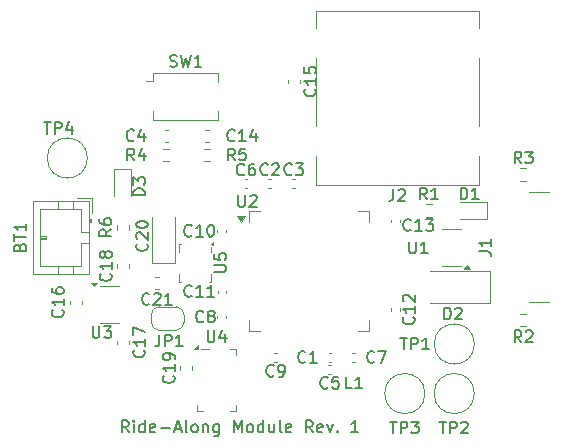
<source format=gbr>
%TF.GenerationSoftware,KiCad,Pcbnew,9.0.1*%
%TF.CreationDate,2025-04-10T15:19:34-04:00*%
%TF.ProjectId,ride-along-module,72696465-2d61-46c6-9f6e-672d6d6f6475,rev?*%
%TF.SameCoordinates,Original*%
%TF.FileFunction,Legend,Top*%
%TF.FilePolarity,Positive*%
%FSLAX46Y46*%
G04 Gerber Fmt 4.6, Leading zero omitted, Abs format (unit mm)*
G04 Created by KiCad (PCBNEW 9.0.1) date 2025-04-10 15:19:34*
%MOMM*%
%LPD*%
G01*
G04 APERTURE LIST*
%ADD10C,0.145143*%
%ADD11C,0.150000*%
%ADD12C,0.120000*%
G04 APERTURE END LIST*
D10*
X126225906Y-87625112D02*
X125887239Y-87141303D01*
X125645334Y-87625112D02*
X125645334Y-86609112D01*
X125645334Y-86609112D02*
X126032382Y-86609112D01*
X126032382Y-86609112D02*
X126129144Y-86657493D01*
X126129144Y-86657493D02*
X126177525Y-86705874D01*
X126177525Y-86705874D02*
X126225906Y-86802636D01*
X126225906Y-86802636D02*
X126225906Y-86947779D01*
X126225906Y-86947779D02*
X126177525Y-87044541D01*
X126177525Y-87044541D02*
X126129144Y-87092922D01*
X126129144Y-87092922D02*
X126032382Y-87141303D01*
X126032382Y-87141303D02*
X125645334Y-87141303D01*
X126661334Y-87625112D02*
X126661334Y-86947779D01*
X126661334Y-86609112D02*
X126612953Y-86657493D01*
X126612953Y-86657493D02*
X126661334Y-86705874D01*
X126661334Y-86705874D02*
X126709715Y-86657493D01*
X126709715Y-86657493D02*
X126661334Y-86609112D01*
X126661334Y-86609112D02*
X126661334Y-86705874D01*
X127580573Y-87625112D02*
X127580573Y-86609112D01*
X127580573Y-87576732D02*
X127483811Y-87625112D01*
X127483811Y-87625112D02*
X127290287Y-87625112D01*
X127290287Y-87625112D02*
X127193525Y-87576732D01*
X127193525Y-87576732D02*
X127145144Y-87528351D01*
X127145144Y-87528351D02*
X127096763Y-87431589D01*
X127096763Y-87431589D02*
X127096763Y-87141303D01*
X127096763Y-87141303D02*
X127145144Y-87044541D01*
X127145144Y-87044541D02*
X127193525Y-86996160D01*
X127193525Y-86996160D02*
X127290287Y-86947779D01*
X127290287Y-86947779D02*
X127483811Y-86947779D01*
X127483811Y-86947779D02*
X127580573Y-86996160D01*
X128451430Y-87576732D02*
X128354668Y-87625112D01*
X128354668Y-87625112D02*
X128161144Y-87625112D01*
X128161144Y-87625112D02*
X128064382Y-87576732D01*
X128064382Y-87576732D02*
X128016001Y-87479970D01*
X128016001Y-87479970D02*
X128016001Y-87092922D01*
X128016001Y-87092922D02*
X128064382Y-86996160D01*
X128064382Y-86996160D02*
X128161144Y-86947779D01*
X128161144Y-86947779D02*
X128354668Y-86947779D01*
X128354668Y-86947779D02*
X128451430Y-86996160D01*
X128451430Y-86996160D02*
X128499811Y-87092922D01*
X128499811Y-87092922D02*
X128499811Y-87189684D01*
X128499811Y-87189684D02*
X128016001Y-87286446D01*
X128935239Y-87238065D02*
X129709335Y-87238065D01*
X130144763Y-87334827D02*
X130628573Y-87334827D01*
X130048001Y-87625112D02*
X130386668Y-86609112D01*
X130386668Y-86609112D02*
X130725335Y-87625112D01*
X131209144Y-87625112D02*
X131112382Y-87576732D01*
X131112382Y-87576732D02*
X131064001Y-87479970D01*
X131064001Y-87479970D02*
X131064001Y-86609112D01*
X131741334Y-87625112D02*
X131644572Y-87576732D01*
X131644572Y-87576732D02*
X131596191Y-87528351D01*
X131596191Y-87528351D02*
X131547810Y-87431589D01*
X131547810Y-87431589D02*
X131547810Y-87141303D01*
X131547810Y-87141303D02*
X131596191Y-87044541D01*
X131596191Y-87044541D02*
X131644572Y-86996160D01*
X131644572Y-86996160D02*
X131741334Y-86947779D01*
X131741334Y-86947779D02*
X131886477Y-86947779D01*
X131886477Y-86947779D02*
X131983239Y-86996160D01*
X131983239Y-86996160D02*
X132031620Y-87044541D01*
X132031620Y-87044541D02*
X132080001Y-87141303D01*
X132080001Y-87141303D02*
X132080001Y-87431589D01*
X132080001Y-87431589D02*
X132031620Y-87528351D01*
X132031620Y-87528351D02*
X131983239Y-87576732D01*
X131983239Y-87576732D02*
X131886477Y-87625112D01*
X131886477Y-87625112D02*
X131741334Y-87625112D01*
X132515429Y-86947779D02*
X132515429Y-87625112D01*
X132515429Y-87044541D02*
X132563810Y-86996160D01*
X132563810Y-86996160D02*
X132660572Y-86947779D01*
X132660572Y-86947779D02*
X132805715Y-86947779D01*
X132805715Y-86947779D02*
X132902477Y-86996160D01*
X132902477Y-86996160D02*
X132950858Y-87092922D01*
X132950858Y-87092922D02*
X132950858Y-87625112D01*
X133870096Y-86947779D02*
X133870096Y-87770255D01*
X133870096Y-87770255D02*
X133821715Y-87867017D01*
X133821715Y-87867017D02*
X133773334Y-87915398D01*
X133773334Y-87915398D02*
X133676572Y-87963779D01*
X133676572Y-87963779D02*
X133531429Y-87963779D01*
X133531429Y-87963779D02*
X133434667Y-87915398D01*
X133870096Y-87576732D02*
X133773334Y-87625112D01*
X133773334Y-87625112D02*
X133579810Y-87625112D01*
X133579810Y-87625112D02*
X133483048Y-87576732D01*
X133483048Y-87576732D02*
X133434667Y-87528351D01*
X133434667Y-87528351D02*
X133386286Y-87431589D01*
X133386286Y-87431589D02*
X133386286Y-87141303D01*
X133386286Y-87141303D02*
X133434667Y-87044541D01*
X133434667Y-87044541D02*
X133483048Y-86996160D01*
X133483048Y-86996160D02*
X133579810Y-86947779D01*
X133579810Y-86947779D02*
X133773334Y-86947779D01*
X133773334Y-86947779D02*
X133870096Y-86996160D01*
X135128000Y-87625112D02*
X135128000Y-86609112D01*
X135128000Y-86609112D02*
X135466667Y-87334827D01*
X135466667Y-87334827D02*
X135805334Y-86609112D01*
X135805334Y-86609112D02*
X135805334Y-87625112D01*
X136434286Y-87625112D02*
X136337524Y-87576732D01*
X136337524Y-87576732D02*
X136289143Y-87528351D01*
X136289143Y-87528351D02*
X136240762Y-87431589D01*
X136240762Y-87431589D02*
X136240762Y-87141303D01*
X136240762Y-87141303D02*
X136289143Y-87044541D01*
X136289143Y-87044541D02*
X136337524Y-86996160D01*
X136337524Y-86996160D02*
X136434286Y-86947779D01*
X136434286Y-86947779D02*
X136579429Y-86947779D01*
X136579429Y-86947779D02*
X136676191Y-86996160D01*
X136676191Y-86996160D02*
X136724572Y-87044541D01*
X136724572Y-87044541D02*
X136772953Y-87141303D01*
X136772953Y-87141303D02*
X136772953Y-87431589D01*
X136772953Y-87431589D02*
X136724572Y-87528351D01*
X136724572Y-87528351D02*
X136676191Y-87576732D01*
X136676191Y-87576732D02*
X136579429Y-87625112D01*
X136579429Y-87625112D02*
X136434286Y-87625112D01*
X137643810Y-87625112D02*
X137643810Y-86609112D01*
X137643810Y-87576732D02*
X137547048Y-87625112D01*
X137547048Y-87625112D02*
X137353524Y-87625112D01*
X137353524Y-87625112D02*
X137256762Y-87576732D01*
X137256762Y-87576732D02*
X137208381Y-87528351D01*
X137208381Y-87528351D02*
X137160000Y-87431589D01*
X137160000Y-87431589D02*
X137160000Y-87141303D01*
X137160000Y-87141303D02*
X137208381Y-87044541D01*
X137208381Y-87044541D02*
X137256762Y-86996160D01*
X137256762Y-86996160D02*
X137353524Y-86947779D01*
X137353524Y-86947779D02*
X137547048Y-86947779D01*
X137547048Y-86947779D02*
X137643810Y-86996160D01*
X138563048Y-86947779D02*
X138563048Y-87625112D01*
X138127619Y-86947779D02*
X138127619Y-87479970D01*
X138127619Y-87479970D02*
X138176000Y-87576732D01*
X138176000Y-87576732D02*
X138272762Y-87625112D01*
X138272762Y-87625112D02*
X138417905Y-87625112D01*
X138417905Y-87625112D02*
X138514667Y-87576732D01*
X138514667Y-87576732D02*
X138563048Y-87528351D01*
X139192000Y-87625112D02*
X139095238Y-87576732D01*
X139095238Y-87576732D02*
X139046857Y-87479970D01*
X139046857Y-87479970D02*
X139046857Y-86609112D01*
X139966095Y-87576732D02*
X139869333Y-87625112D01*
X139869333Y-87625112D02*
X139675809Y-87625112D01*
X139675809Y-87625112D02*
X139579047Y-87576732D01*
X139579047Y-87576732D02*
X139530666Y-87479970D01*
X139530666Y-87479970D02*
X139530666Y-87092922D01*
X139530666Y-87092922D02*
X139579047Y-86996160D01*
X139579047Y-86996160D02*
X139675809Y-86947779D01*
X139675809Y-86947779D02*
X139869333Y-86947779D01*
X139869333Y-86947779D02*
X139966095Y-86996160D01*
X139966095Y-86996160D02*
X140014476Y-87092922D01*
X140014476Y-87092922D02*
X140014476Y-87189684D01*
X140014476Y-87189684D02*
X139530666Y-87286446D01*
X141804571Y-87625112D02*
X141465904Y-87141303D01*
X141223999Y-87625112D02*
X141223999Y-86609112D01*
X141223999Y-86609112D02*
X141611047Y-86609112D01*
X141611047Y-86609112D02*
X141707809Y-86657493D01*
X141707809Y-86657493D02*
X141756190Y-86705874D01*
X141756190Y-86705874D02*
X141804571Y-86802636D01*
X141804571Y-86802636D02*
X141804571Y-86947779D01*
X141804571Y-86947779D02*
X141756190Y-87044541D01*
X141756190Y-87044541D02*
X141707809Y-87092922D01*
X141707809Y-87092922D02*
X141611047Y-87141303D01*
X141611047Y-87141303D02*
X141223999Y-87141303D01*
X142627047Y-87576732D02*
X142530285Y-87625112D01*
X142530285Y-87625112D02*
X142336761Y-87625112D01*
X142336761Y-87625112D02*
X142239999Y-87576732D01*
X142239999Y-87576732D02*
X142191618Y-87479970D01*
X142191618Y-87479970D02*
X142191618Y-87092922D01*
X142191618Y-87092922D02*
X142239999Y-86996160D01*
X142239999Y-86996160D02*
X142336761Y-86947779D01*
X142336761Y-86947779D02*
X142530285Y-86947779D01*
X142530285Y-86947779D02*
X142627047Y-86996160D01*
X142627047Y-86996160D02*
X142675428Y-87092922D01*
X142675428Y-87092922D02*
X142675428Y-87189684D01*
X142675428Y-87189684D02*
X142191618Y-87286446D01*
X143014094Y-86947779D02*
X143255999Y-87625112D01*
X143255999Y-87625112D02*
X143497904Y-86947779D01*
X143884951Y-87528351D02*
X143933332Y-87576732D01*
X143933332Y-87576732D02*
X143884951Y-87625112D01*
X143884951Y-87625112D02*
X143836570Y-87576732D01*
X143836570Y-87576732D02*
X143884951Y-87528351D01*
X143884951Y-87528351D02*
X143884951Y-87625112D01*
X145675047Y-87625112D02*
X145094475Y-87625112D01*
X145384761Y-87625112D02*
X145384761Y-86609112D01*
X145384761Y-86609112D02*
X145287999Y-86754255D01*
X145287999Y-86754255D02*
X145191237Y-86851017D01*
X145191237Y-86851017D02*
X145094475Y-86899398D01*
D11*
X132548333Y-78210580D02*
X132500714Y-78258200D01*
X132500714Y-78258200D02*
X132357857Y-78305819D01*
X132357857Y-78305819D02*
X132262619Y-78305819D01*
X132262619Y-78305819D02*
X132119762Y-78258200D01*
X132119762Y-78258200D02*
X132024524Y-78162961D01*
X132024524Y-78162961D02*
X131976905Y-78067723D01*
X131976905Y-78067723D02*
X131929286Y-77877247D01*
X131929286Y-77877247D02*
X131929286Y-77734390D01*
X131929286Y-77734390D02*
X131976905Y-77543914D01*
X131976905Y-77543914D02*
X132024524Y-77448676D01*
X132024524Y-77448676D02*
X132119762Y-77353438D01*
X132119762Y-77353438D02*
X132262619Y-77305819D01*
X132262619Y-77305819D02*
X132357857Y-77305819D01*
X132357857Y-77305819D02*
X132500714Y-77353438D01*
X132500714Y-77353438D02*
X132548333Y-77401057D01*
X133119762Y-77734390D02*
X133024524Y-77686771D01*
X133024524Y-77686771D02*
X132976905Y-77639152D01*
X132976905Y-77639152D02*
X132929286Y-77543914D01*
X132929286Y-77543914D02*
X132929286Y-77496295D01*
X132929286Y-77496295D02*
X132976905Y-77401057D01*
X132976905Y-77401057D02*
X133024524Y-77353438D01*
X133024524Y-77353438D02*
X133119762Y-77305819D01*
X133119762Y-77305819D02*
X133310238Y-77305819D01*
X133310238Y-77305819D02*
X133405476Y-77353438D01*
X133405476Y-77353438D02*
X133453095Y-77401057D01*
X133453095Y-77401057D02*
X133500714Y-77496295D01*
X133500714Y-77496295D02*
X133500714Y-77543914D01*
X133500714Y-77543914D02*
X133453095Y-77639152D01*
X133453095Y-77639152D02*
X133405476Y-77686771D01*
X133405476Y-77686771D02*
X133310238Y-77734390D01*
X133310238Y-77734390D02*
X133119762Y-77734390D01*
X133119762Y-77734390D02*
X133024524Y-77782009D01*
X133024524Y-77782009D02*
X132976905Y-77829628D01*
X132976905Y-77829628D02*
X132929286Y-77924866D01*
X132929286Y-77924866D02*
X132929286Y-78115342D01*
X132929286Y-78115342D02*
X132976905Y-78210580D01*
X132976905Y-78210580D02*
X133024524Y-78258200D01*
X133024524Y-78258200D02*
X133119762Y-78305819D01*
X133119762Y-78305819D02*
X133310238Y-78305819D01*
X133310238Y-78305819D02*
X133405476Y-78258200D01*
X133405476Y-78258200D02*
X133453095Y-78210580D01*
X133453095Y-78210580D02*
X133500714Y-78115342D01*
X133500714Y-78115342D02*
X133500714Y-77924866D01*
X133500714Y-77924866D02*
X133453095Y-77829628D01*
X133453095Y-77829628D02*
X133405476Y-77782009D01*
X133405476Y-77782009D02*
X133310238Y-77734390D01*
X151471333Y-67891819D02*
X151138000Y-67415628D01*
X150899905Y-67891819D02*
X150899905Y-66891819D01*
X150899905Y-66891819D02*
X151280857Y-66891819D01*
X151280857Y-66891819D02*
X151376095Y-66939438D01*
X151376095Y-66939438D02*
X151423714Y-66987057D01*
X151423714Y-66987057D02*
X151471333Y-67082295D01*
X151471333Y-67082295D02*
X151471333Y-67225152D01*
X151471333Y-67225152D02*
X151423714Y-67320390D01*
X151423714Y-67320390D02*
X151376095Y-67368009D01*
X151376095Y-67368009D02*
X151280857Y-67415628D01*
X151280857Y-67415628D02*
X150899905Y-67415628D01*
X152423714Y-67891819D02*
X151852286Y-67891819D01*
X152138000Y-67891819D02*
X152138000Y-66891819D01*
X152138000Y-66891819D02*
X152042762Y-67034676D01*
X152042762Y-67034676D02*
X151947524Y-67129914D01*
X151947524Y-67129914D02*
X151852286Y-67177533D01*
X126699333Y-64589819D02*
X126366000Y-64113628D01*
X126127905Y-64589819D02*
X126127905Y-63589819D01*
X126127905Y-63589819D02*
X126508857Y-63589819D01*
X126508857Y-63589819D02*
X126604095Y-63637438D01*
X126604095Y-63637438D02*
X126651714Y-63685057D01*
X126651714Y-63685057D02*
X126699333Y-63780295D01*
X126699333Y-63780295D02*
X126699333Y-63923152D01*
X126699333Y-63923152D02*
X126651714Y-64018390D01*
X126651714Y-64018390D02*
X126604095Y-64066009D01*
X126604095Y-64066009D02*
X126508857Y-64113628D01*
X126508857Y-64113628D02*
X126127905Y-64113628D01*
X127556476Y-63923152D02*
X127556476Y-64589819D01*
X127318381Y-63542200D02*
X127080286Y-64256485D01*
X127080286Y-64256485D02*
X127699333Y-64256485D01*
X127614819Y-67540094D02*
X126614819Y-67540094D01*
X126614819Y-67540094D02*
X126614819Y-67301999D01*
X126614819Y-67301999D02*
X126662438Y-67159142D01*
X126662438Y-67159142D02*
X126757676Y-67063904D01*
X126757676Y-67063904D02*
X126852914Y-67016285D01*
X126852914Y-67016285D02*
X127043390Y-66968666D01*
X127043390Y-66968666D02*
X127186247Y-66968666D01*
X127186247Y-66968666D02*
X127376723Y-67016285D01*
X127376723Y-67016285D02*
X127471961Y-67063904D01*
X127471961Y-67063904D02*
X127567200Y-67159142D01*
X127567200Y-67159142D02*
X127614819Y-67301999D01*
X127614819Y-67301999D02*
X127614819Y-67540094D01*
X126614819Y-66635332D02*
X126614819Y-66016285D01*
X126614819Y-66016285D02*
X126995771Y-66349618D01*
X126995771Y-66349618D02*
X126995771Y-66206761D01*
X126995771Y-66206761D02*
X127043390Y-66111523D01*
X127043390Y-66111523D02*
X127091009Y-66063904D01*
X127091009Y-66063904D02*
X127186247Y-66016285D01*
X127186247Y-66016285D02*
X127424342Y-66016285D01*
X127424342Y-66016285D02*
X127519580Y-66063904D01*
X127519580Y-66063904D02*
X127567200Y-66111523D01*
X127567200Y-66111523D02*
X127614819Y-66206761D01*
X127614819Y-66206761D02*
X127614819Y-66492475D01*
X127614819Y-66492475D02*
X127567200Y-66587713D01*
X127567200Y-66587713D02*
X127519580Y-66635332D01*
X124692580Y-74175857D02*
X124740200Y-74223476D01*
X124740200Y-74223476D02*
X124787819Y-74366333D01*
X124787819Y-74366333D02*
X124787819Y-74461571D01*
X124787819Y-74461571D02*
X124740200Y-74604428D01*
X124740200Y-74604428D02*
X124644961Y-74699666D01*
X124644961Y-74699666D02*
X124549723Y-74747285D01*
X124549723Y-74747285D02*
X124359247Y-74794904D01*
X124359247Y-74794904D02*
X124216390Y-74794904D01*
X124216390Y-74794904D02*
X124025914Y-74747285D01*
X124025914Y-74747285D02*
X123930676Y-74699666D01*
X123930676Y-74699666D02*
X123835438Y-74604428D01*
X123835438Y-74604428D02*
X123787819Y-74461571D01*
X123787819Y-74461571D02*
X123787819Y-74366333D01*
X123787819Y-74366333D02*
X123835438Y-74223476D01*
X123835438Y-74223476D02*
X123883057Y-74175857D01*
X124787819Y-73223476D02*
X124787819Y-73794904D01*
X124787819Y-73509190D02*
X123787819Y-73509190D01*
X123787819Y-73509190D02*
X123930676Y-73604428D01*
X123930676Y-73604428D02*
X124025914Y-73699666D01*
X124025914Y-73699666D02*
X124073533Y-73794904D01*
X124216390Y-72652047D02*
X124168771Y-72747285D01*
X124168771Y-72747285D02*
X124121152Y-72794904D01*
X124121152Y-72794904D02*
X124025914Y-72842523D01*
X124025914Y-72842523D02*
X123978295Y-72842523D01*
X123978295Y-72842523D02*
X123883057Y-72794904D01*
X123883057Y-72794904D02*
X123835438Y-72747285D01*
X123835438Y-72747285D02*
X123787819Y-72652047D01*
X123787819Y-72652047D02*
X123787819Y-72461571D01*
X123787819Y-72461571D02*
X123835438Y-72366333D01*
X123835438Y-72366333D02*
X123883057Y-72318714D01*
X123883057Y-72318714D02*
X123978295Y-72271095D01*
X123978295Y-72271095D02*
X124025914Y-72271095D01*
X124025914Y-72271095D02*
X124121152Y-72318714D01*
X124121152Y-72318714D02*
X124168771Y-72366333D01*
X124168771Y-72366333D02*
X124216390Y-72461571D01*
X124216390Y-72461571D02*
X124216390Y-72652047D01*
X124216390Y-72652047D02*
X124264009Y-72747285D01*
X124264009Y-72747285D02*
X124311628Y-72794904D01*
X124311628Y-72794904D02*
X124406866Y-72842523D01*
X124406866Y-72842523D02*
X124597342Y-72842523D01*
X124597342Y-72842523D02*
X124692580Y-72794904D01*
X124692580Y-72794904D02*
X124740200Y-72747285D01*
X124740200Y-72747285D02*
X124787819Y-72652047D01*
X124787819Y-72652047D02*
X124787819Y-72461571D01*
X124787819Y-72461571D02*
X124740200Y-72366333D01*
X124740200Y-72366333D02*
X124692580Y-72318714D01*
X124692580Y-72318714D02*
X124597342Y-72271095D01*
X124597342Y-72271095D02*
X124406866Y-72271095D01*
X124406866Y-72271095D02*
X124311628Y-72318714D01*
X124311628Y-72318714D02*
X124264009Y-72366333D01*
X124264009Y-72366333D02*
X124216390Y-72461571D01*
X159472333Y-79989819D02*
X159139000Y-79513628D01*
X158900905Y-79989819D02*
X158900905Y-78989819D01*
X158900905Y-78989819D02*
X159281857Y-78989819D01*
X159281857Y-78989819D02*
X159377095Y-79037438D01*
X159377095Y-79037438D02*
X159424714Y-79085057D01*
X159424714Y-79085057D02*
X159472333Y-79180295D01*
X159472333Y-79180295D02*
X159472333Y-79323152D01*
X159472333Y-79323152D02*
X159424714Y-79418390D01*
X159424714Y-79418390D02*
X159377095Y-79466009D01*
X159377095Y-79466009D02*
X159281857Y-79513628D01*
X159281857Y-79513628D02*
X158900905Y-79513628D01*
X159853286Y-79085057D02*
X159900905Y-79037438D01*
X159900905Y-79037438D02*
X159996143Y-78989819D01*
X159996143Y-78989819D02*
X160234238Y-78989819D01*
X160234238Y-78989819D02*
X160329476Y-79037438D01*
X160329476Y-79037438D02*
X160377095Y-79085057D01*
X160377095Y-79085057D02*
X160424714Y-79180295D01*
X160424714Y-79180295D02*
X160424714Y-79275533D01*
X160424714Y-79275533D02*
X160377095Y-79418390D01*
X160377095Y-79418390D02*
X159805667Y-79989819D01*
X159805667Y-79989819D02*
X160424714Y-79989819D01*
X132910095Y-78989819D02*
X132910095Y-79799342D01*
X132910095Y-79799342D02*
X132957714Y-79894580D01*
X132957714Y-79894580D02*
X133005333Y-79942200D01*
X133005333Y-79942200D02*
X133100571Y-79989819D01*
X133100571Y-79989819D02*
X133291047Y-79989819D01*
X133291047Y-79989819D02*
X133386285Y-79942200D01*
X133386285Y-79942200D02*
X133433904Y-79894580D01*
X133433904Y-79894580D02*
X133481523Y-79799342D01*
X133481523Y-79799342D02*
X133481523Y-78989819D01*
X134386285Y-79323152D02*
X134386285Y-79989819D01*
X134148190Y-78942200D02*
X133910095Y-79656485D01*
X133910095Y-79656485D02*
X134529142Y-79656485D01*
X131564142Y-70943580D02*
X131516523Y-70991200D01*
X131516523Y-70991200D02*
X131373666Y-71038819D01*
X131373666Y-71038819D02*
X131278428Y-71038819D01*
X131278428Y-71038819D02*
X131135571Y-70991200D01*
X131135571Y-70991200D02*
X131040333Y-70895961D01*
X131040333Y-70895961D02*
X130992714Y-70800723D01*
X130992714Y-70800723D02*
X130945095Y-70610247D01*
X130945095Y-70610247D02*
X130945095Y-70467390D01*
X130945095Y-70467390D02*
X130992714Y-70276914D01*
X130992714Y-70276914D02*
X131040333Y-70181676D01*
X131040333Y-70181676D02*
X131135571Y-70086438D01*
X131135571Y-70086438D02*
X131278428Y-70038819D01*
X131278428Y-70038819D02*
X131373666Y-70038819D01*
X131373666Y-70038819D02*
X131516523Y-70086438D01*
X131516523Y-70086438D02*
X131564142Y-70134057D01*
X132516523Y-71038819D02*
X131945095Y-71038819D01*
X132230809Y-71038819D02*
X132230809Y-70038819D01*
X132230809Y-70038819D02*
X132135571Y-70181676D01*
X132135571Y-70181676D02*
X132040333Y-70276914D01*
X132040333Y-70276914D02*
X131945095Y-70324533D01*
X133135571Y-70038819D02*
X133230809Y-70038819D01*
X133230809Y-70038819D02*
X133326047Y-70086438D01*
X133326047Y-70086438D02*
X133373666Y-70134057D01*
X133373666Y-70134057D02*
X133421285Y-70229295D01*
X133421285Y-70229295D02*
X133468904Y-70419771D01*
X133468904Y-70419771D02*
X133468904Y-70657866D01*
X133468904Y-70657866D02*
X133421285Y-70848342D01*
X133421285Y-70848342D02*
X133373666Y-70943580D01*
X133373666Y-70943580D02*
X133326047Y-70991200D01*
X133326047Y-70991200D02*
X133230809Y-71038819D01*
X133230809Y-71038819D02*
X133135571Y-71038819D01*
X133135571Y-71038819D02*
X133040333Y-70991200D01*
X133040333Y-70991200D02*
X132992714Y-70943580D01*
X132992714Y-70943580D02*
X132945095Y-70848342D01*
X132945095Y-70848342D02*
X132897476Y-70657866D01*
X132897476Y-70657866D02*
X132897476Y-70419771D01*
X132897476Y-70419771D02*
X132945095Y-70229295D01*
X132945095Y-70229295D02*
X132992714Y-70134057D01*
X132992714Y-70134057D02*
X133040333Y-70086438D01*
X133040333Y-70086438D02*
X133135571Y-70038819D01*
X152931905Y-78051819D02*
X152931905Y-77051819D01*
X152931905Y-77051819D02*
X153170000Y-77051819D01*
X153170000Y-77051819D02*
X153312857Y-77099438D01*
X153312857Y-77099438D02*
X153408095Y-77194676D01*
X153408095Y-77194676D02*
X153455714Y-77289914D01*
X153455714Y-77289914D02*
X153503333Y-77480390D01*
X153503333Y-77480390D02*
X153503333Y-77623247D01*
X153503333Y-77623247D02*
X153455714Y-77813723D01*
X153455714Y-77813723D02*
X153408095Y-77908961D01*
X153408095Y-77908961D02*
X153312857Y-78004200D01*
X153312857Y-78004200D02*
X153170000Y-78051819D01*
X153170000Y-78051819D02*
X152931905Y-78051819D01*
X153884286Y-77147057D02*
X153931905Y-77099438D01*
X153931905Y-77099438D02*
X154027143Y-77051819D01*
X154027143Y-77051819D02*
X154265238Y-77051819D01*
X154265238Y-77051819D02*
X154360476Y-77099438D01*
X154360476Y-77099438D02*
X154408095Y-77147057D01*
X154408095Y-77147057D02*
X154455714Y-77242295D01*
X154455714Y-77242295D02*
X154455714Y-77337533D01*
X154455714Y-77337533D02*
X154408095Y-77480390D01*
X154408095Y-77480390D02*
X153836667Y-78051819D01*
X153836667Y-78051819D02*
X154455714Y-78051819D01*
X133468819Y-74021404D02*
X134278342Y-74021404D01*
X134278342Y-74021404D02*
X134373580Y-73973785D01*
X134373580Y-73973785D02*
X134421200Y-73926166D01*
X134421200Y-73926166D02*
X134468819Y-73830928D01*
X134468819Y-73830928D02*
X134468819Y-73640452D01*
X134468819Y-73640452D02*
X134421200Y-73545214D01*
X134421200Y-73545214D02*
X134373580Y-73497595D01*
X134373580Y-73497595D02*
X134278342Y-73449976D01*
X134278342Y-73449976D02*
X133468819Y-73449976D01*
X133468819Y-72497595D02*
X133468819Y-72973785D01*
X133468819Y-72973785D02*
X133945009Y-73021404D01*
X133945009Y-73021404D02*
X133897390Y-72973785D01*
X133897390Y-72973785D02*
X133849771Y-72878547D01*
X133849771Y-72878547D02*
X133849771Y-72640452D01*
X133849771Y-72640452D02*
X133897390Y-72545214D01*
X133897390Y-72545214D02*
X133945009Y-72497595D01*
X133945009Y-72497595D02*
X134040247Y-72449976D01*
X134040247Y-72449976D02*
X134278342Y-72449976D01*
X134278342Y-72449976D02*
X134373580Y-72497595D01*
X134373580Y-72497595D02*
X134421200Y-72545214D01*
X134421200Y-72545214D02*
X134468819Y-72640452D01*
X134468819Y-72640452D02*
X134468819Y-72878547D01*
X134468819Y-72878547D02*
X134421200Y-72973785D01*
X134421200Y-72973785D02*
X134373580Y-73021404D01*
X148344095Y-86703819D02*
X148915523Y-86703819D01*
X148629809Y-87703819D02*
X148629809Y-86703819D01*
X149248857Y-87703819D02*
X149248857Y-86703819D01*
X149248857Y-86703819D02*
X149629809Y-86703819D01*
X149629809Y-86703819D02*
X149725047Y-86751438D01*
X149725047Y-86751438D02*
X149772666Y-86799057D01*
X149772666Y-86799057D02*
X149820285Y-86894295D01*
X149820285Y-86894295D02*
X149820285Y-87037152D01*
X149820285Y-87037152D02*
X149772666Y-87132390D01*
X149772666Y-87132390D02*
X149725047Y-87180009D01*
X149725047Y-87180009D02*
X149629809Y-87227628D01*
X149629809Y-87227628D02*
X149248857Y-87227628D01*
X150153619Y-86703819D02*
X150772666Y-86703819D01*
X150772666Y-86703819D02*
X150439333Y-87084771D01*
X150439333Y-87084771D02*
X150582190Y-87084771D01*
X150582190Y-87084771D02*
X150677428Y-87132390D01*
X150677428Y-87132390D02*
X150725047Y-87180009D01*
X150725047Y-87180009D02*
X150772666Y-87275247D01*
X150772666Y-87275247D02*
X150772666Y-87513342D01*
X150772666Y-87513342D02*
X150725047Y-87608580D01*
X150725047Y-87608580D02*
X150677428Y-87656200D01*
X150677428Y-87656200D02*
X150582190Y-87703819D01*
X150582190Y-87703819D02*
X150296476Y-87703819D01*
X150296476Y-87703819D02*
X150201238Y-87656200D01*
X150201238Y-87656200D02*
X150153619Y-87608580D01*
X141184333Y-81639580D02*
X141136714Y-81687200D01*
X141136714Y-81687200D02*
X140993857Y-81734819D01*
X140993857Y-81734819D02*
X140898619Y-81734819D01*
X140898619Y-81734819D02*
X140755762Y-81687200D01*
X140755762Y-81687200D02*
X140660524Y-81591961D01*
X140660524Y-81591961D02*
X140612905Y-81496723D01*
X140612905Y-81496723D02*
X140565286Y-81306247D01*
X140565286Y-81306247D02*
X140565286Y-81163390D01*
X140565286Y-81163390D02*
X140612905Y-80972914D01*
X140612905Y-80972914D02*
X140660524Y-80877676D01*
X140660524Y-80877676D02*
X140755762Y-80782438D01*
X140755762Y-80782438D02*
X140898619Y-80734819D01*
X140898619Y-80734819D02*
X140993857Y-80734819D01*
X140993857Y-80734819D02*
X141136714Y-80782438D01*
X141136714Y-80782438D02*
X141184333Y-80830057D01*
X142136714Y-81734819D02*
X141565286Y-81734819D01*
X141851000Y-81734819D02*
X141851000Y-80734819D01*
X141851000Y-80734819D02*
X141755762Y-80877676D01*
X141755762Y-80877676D02*
X141660524Y-80972914D01*
X141660524Y-80972914D02*
X141565286Y-81020533D01*
X119069095Y-61343819D02*
X119640523Y-61343819D01*
X119354809Y-62343819D02*
X119354809Y-61343819D01*
X119973857Y-62343819D02*
X119973857Y-61343819D01*
X119973857Y-61343819D02*
X120354809Y-61343819D01*
X120354809Y-61343819D02*
X120450047Y-61391438D01*
X120450047Y-61391438D02*
X120497666Y-61439057D01*
X120497666Y-61439057D02*
X120545285Y-61534295D01*
X120545285Y-61534295D02*
X120545285Y-61677152D01*
X120545285Y-61677152D02*
X120497666Y-61772390D01*
X120497666Y-61772390D02*
X120450047Y-61820009D01*
X120450047Y-61820009D02*
X120354809Y-61867628D01*
X120354809Y-61867628D02*
X119973857Y-61867628D01*
X121402428Y-61677152D02*
X121402428Y-62343819D01*
X121164333Y-61296200D02*
X120926238Y-62010485D01*
X120926238Y-62010485D02*
X121545285Y-62010485D01*
X135215333Y-64589819D02*
X134882000Y-64113628D01*
X134643905Y-64589819D02*
X134643905Y-63589819D01*
X134643905Y-63589819D02*
X135024857Y-63589819D01*
X135024857Y-63589819D02*
X135120095Y-63637438D01*
X135120095Y-63637438D02*
X135167714Y-63685057D01*
X135167714Y-63685057D02*
X135215333Y-63780295D01*
X135215333Y-63780295D02*
X135215333Y-63923152D01*
X135215333Y-63923152D02*
X135167714Y-64018390D01*
X135167714Y-64018390D02*
X135120095Y-64066009D01*
X135120095Y-64066009D02*
X135024857Y-64113628D01*
X135024857Y-64113628D02*
X134643905Y-64113628D01*
X136120095Y-63589819D02*
X135643905Y-63589819D01*
X135643905Y-63589819D02*
X135596286Y-64066009D01*
X135596286Y-64066009D02*
X135643905Y-64018390D01*
X135643905Y-64018390D02*
X135739143Y-63970771D01*
X135739143Y-63970771D02*
X135977238Y-63970771D01*
X135977238Y-63970771D02*
X136072476Y-64018390D01*
X136072476Y-64018390D02*
X136120095Y-64066009D01*
X136120095Y-64066009D02*
X136167714Y-64161247D01*
X136167714Y-64161247D02*
X136167714Y-64399342D01*
X136167714Y-64399342D02*
X136120095Y-64494580D01*
X136120095Y-64494580D02*
X136072476Y-64542200D01*
X136072476Y-64542200D02*
X135977238Y-64589819D01*
X135977238Y-64589819D02*
X135739143Y-64589819D01*
X135739143Y-64589819D02*
X135643905Y-64542200D01*
X135643905Y-64542200D02*
X135596286Y-64494580D01*
X141997580Y-58554857D02*
X142045200Y-58602476D01*
X142045200Y-58602476D02*
X142092819Y-58745333D01*
X142092819Y-58745333D02*
X142092819Y-58840571D01*
X142092819Y-58840571D02*
X142045200Y-58983428D01*
X142045200Y-58983428D02*
X141949961Y-59078666D01*
X141949961Y-59078666D02*
X141854723Y-59126285D01*
X141854723Y-59126285D02*
X141664247Y-59173904D01*
X141664247Y-59173904D02*
X141521390Y-59173904D01*
X141521390Y-59173904D02*
X141330914Y-59126285D01*
X141330914Y-59126285D02*
X141235676Y-59078666D01*
X141235676Y-59078666D02*
X141140438Y-58983428D01*
X141140438Y-58983428D02*
X141092819Y-58840571D01*
X141092819Y-58840571D02*
X141092819Y-58745333D01*
X141092819Y-58745333D02*
X141140438Y-58602476D01*
X141140438Y-58602476D02*
X141188057Y-58554857D01*
X142092819Y-57602476D02*
X142092819Y-58173904D01*
X142092819Y-57888190D02*
X141092819Y-57888190D01*
X141092819Y-57888190D02*
X141235676Y-57983428D01*
X141235676Y-57983428D02*
X141330914Y-58078666D01*
X141330914Y-58078666D02*
X141378533Y-58173904D01*
X141092819Y-56697714D02*
X141092819Y-57173904D01*
X141092819Y-57173904D02*
X141569009Y-57221523D01*
X141569009Y-57221523D02*
X141521390Y-57173904D01*
X141521390Y-57173904D02*
X141473771Y-57078666D01*
X141473771Y-57078666D02*
X141473771Y-56840571D01*
X141473771Y-56840571D02*
X141521390Y-56745333D01*
X141521390Y-56745333D02*
X141569009Y-56697714D01*
X141569009Y-56697714D02*
X141664247Y-56650095D01*
X141664247Y-56650095D02*
X141902342Y-56650095D01*
X141902342Y-56650095D02*
X141997580Y-56697714D01*
X141997580Y-56697714D02*
X142045200Y-56745333D01*
X142045200Y-56745333D02*
X142092819Y-56840571D01*
X142092819Y-56840571D02*
X142092819Y-57078666D01*
X142092819Y-57078666D02*
X142045200Y-57173904D01*
X142045200Y-57173904D02*
X141997580Y-57221523D01*
X149233095Y-79591819D02*
X149804523Y-79591819D01*
X149518809Y-80591819D02*
X149518809Y-79591819D01*
X150137857Y-80591819D02*
X150137857Y-79591819D01*
X150137857Y-79591819D02*
X150518809Y-79591819D01*
X150518809Y-79591819D02*
X150614047Y-79639438D01*
X150614047Y-79639438D02*
X150661666Y-79687057D01*
X150661666Y-79687057D02*
X150709285Y-79782295D01*
X150709285Y-79782295D02*
X150709285Y-79925152D01*
X150709285Y-79925152D02*
X150661666Y-80020390D01*
X150661666Y-80020390D02*
X150614047Y-80068009D01*
X150614047Y-80068009D02*
X150518809Y-80115628D01*
X150518809Y-80115628D02*
X150137857Y-80115628D01*
X151661666Y-80591819D02*
X151090238Y-80591819D01*
X151375952Y-80591819D02*
X151375952Y-79591819D01*
X151375952Y-79591819D02*
X151280714Y-79734676D01*
X151280714Y-79734676D02*
X151185476Y-79829914D01*
X151185476Y-79829914D02*
X151090238Y-79877533D01*
X136005333Y-65764580D02*
X135957714Y-65812200D01*
X135957714Y-65812200D02*
X135814857Y-65859819D01*
X135814857Y-65859819D02*
X135719619Y-65859819D01*
X135719619Y-65859819D02*
X135576762Y-65812200D01*
X135576762Y-65812200D02*
X135481524Y-65716961D01*
X135481524Y-65716961D02*
X135433905Y-65621723D01*
X135433905Y-65621723D02*
X135386286Y-65431247D01*
X135386286Y-65431247D02*
X135386286Y-65288390D01*
X135386286Y-65288390D02*
X135433905Y-65097914D01*
X135433905Y-65097914D02*
X135481524Y-65002676D01*
X135481524Y-65002676D02*
X135576762Y-64907438D01*
X135576762Y-64907438D02*
X135719619Y-64859819D01*
X135719619Y-64859819D02*
X135814857Y-64859819D01*
X135814857Y-64859819D02*
X135957714Y-64907438D01*
X135957714Y-64907438D02*
X136005333Y-64955057D01*
X136862476Y-64859819D02*
X136672000Y-64859819D01*
X136672000Y-64859819D02*
X136576762Y-64907438D01*
X136576762Y-64907438D02*
X136529143Y-64955057D01*
X136529143Y-64955057D02*
X136433905Y-65097914D01*
X136433905Y-65097914D02*
X136386286Y-65288390D01*
X136386286Y-65288390D02*
X136386286Y-65669342D01*
X136386286Y-65669342D02*
X136433905Y-65764580D01*
X136433905Y-65764580D02*
X136481524Y-65812200D01*
X136481524Y-65812200D02*
X136576762Y-65859819D01*
X136576762Y-65859819D02*
X136767238Y-65859819D01*
X136767238Y-65859819D02*
X136862476Y-65812200D01*
X136862476Y-65812200D02*
X136910095Y-65764580D01*
X136910095Y-65764580D02*
X136957714Y-65669342D01*
X136957714Y-65669342D02*
X136957714Y-65431247D01*
X136957714Y-65431247D02*
X136910095Y-65336009D01*
X136910095Y-65336009D02*
X136862476Y-65288390D01*
X136862476Y-65288390D02*
X136767238Y-65240771D01*
X136767238Y-65240771D02*
X136576762Y-65240771D01*
X136576762Y-65240771D02*
X136481524Y-65288390D01*
X136481524Y-65288390D02*
X136433905Y-65336009D01*
X136433905Y-65336009D02*
X136386286Y-65431247D01*
X150346580Y-77858857D02*
X150394200Y-77906476D01*
X150394200Y-77906476D02*
X150441819Y-78049333D01*
X150441819Y-78049333D02*
X150441819Y-78144571D01*
X150441819Y-78144571D02*
X150394200Y-78287428D01*
X150394200Y-78287428D02*
X150298961Y-78382666D01*
X150298961Y-78382666D02*
X150203723Y-78430285D01*
X150203723Y-78430285D02*
X150013247Y-78477904D01*
X150013247Y-78477904D02*
X149870390Y-78477904D01*
X149870390Y-78477904D02*
X149679914Y-78430285D01*
X149679914Y-78430285D02*
X149584676Y-78382666D01*
X149584676Y-78382666D02*
X149489438Y-78287428D01*
X149489438Y-78287428D02*
X149441819Y-78144571D01*
X149441819Y-78144571D02*
X149441819Y-78049333D01*
X149441819Y-78049333D02*
X149489438Y-77906476D01*
X149489438Y-77906476D02*
X149537057Y-77858857D01*
X150441819Y-76906476D02*
X150441819Y-77477904D01*
X150441819Y-77192190D02*
X149441819Y-77192190D01*
X149441819Y-77192190D02*
X149584676Y-77287428D01*
X149584676Y-77287428D02*
X149679914Y-77382666D01*
X149679914Y-77382666D02*
X149727533Y-77477904D01*
X149537057Y-76525523D02*
X149489438Y-76477904D01*
X149489438Y-76477904D02*
X149441819Y-76382666D01*
X149441819Y-76382666D02*
X149441819Y-76144571D01*
X149441819Y-76144571D02*
X149489438Y-76049333D01*
X149489438Y-76049333D02*
X149537057Y-76001714D01*
X149537057Y-76001714D02*
X149632295Y-75954095D01*
X149632295Y-75954095D02*
X149727533Y-75954095D01*
X149727533Y-75954095D02*
X149870390Y-76001714D01*
X149870390Y-76001714D02*
X150441819Y-76573142D01*
X150441819Y-76573142D02*
X150441819Y-75954095D01*
X152535095Y-86703819D02*
X153106523Y-86703819D01*
X152820809Y-87703819D02*
X152820809Y-86703819D01*
X153439857Y-87703819D02*
X153439857Y-86703819D01*
X153439857Y-86703819D02*
X153820809Y-86703819D01*
X153820809Y-86703819D02*
X153916047Y-86751438D01*
X153916047Y-86751438D02*
X153963666Y-86799057D01*
X153963666Y-86799057D02*
X154011285Y-86894295D01*
X154011285Y-86894295D02*
X154011285Y-87037152D01*
X154011285Y-87037152D02*
X153963666Y-87132390D01*
X153963666Y-87132390D02*
X153916047Y-87180009D01*
X153916047Y-87180009D02*
X153820809Y-87227628D01*
X153820809Y-87227628D02*
X153439857Y-87227628D01*
X154392238Y-86799057D02*
X154439857Y-86751438D01*
X154439857Y-86751438D02*
X154535095Y-86703819D01*
X154535095Y-86703819D02*
X154773190Y-86703819D01*
X154773190Y-86703819D02*
X154868428Y-86751438D01*
X154868428Y-86751438D02*
X154916047Y-86799057D01*
X154916047Y-86799057D02*
X154963666Y-86894295D01*
X154963666Y-86894295D02*
X154963666Y-86989533D01*
X154963666Y-86989533D02*
X154916047Y-87132390D01*
X154916047Y-87132390D02*
X154344619Y-87703819D01*
X154344619Y-87703819D02*
X154963666Y-87703819D01*
X124754819Y-70421166D02*
X124278628Y-70754499D01*
X124754819Y-70992594D02*
X123754819Y-70992594D01*
X123754819Y-70992594D02*
X123754819Y-70611642D01*
X123754819Y-70611642D02*
X123802438Y-70516404D01*
X123802438Y-70516404D02*
X123850057Y-70468785D01*
X123850057Y-70468785D02*
X123945295Y-70421166D01*
X123945295Y-70421166D02*
X124088152Y-70421166D01*
X124088152Y-70421166D02*
X124183390Y-70468785D01*
X124183390Y-70468785D02*
X124231009Y-70516404D01*
X124231009Y-70516404D02*
X124278628Y-70611642D01*
X124278628Y-70611642D02*
X124278628Y-70992594D01*
X123754819Y-69564023D02*
X123754819Y-69754499D01*
X123754819Y-69754499D02*
X123802438Y-69849737D01*
X123802438Y-69849737D02*
X123850057Y-69897356D01*
X123850057Y-69897356D02*
X123992914Y-69992594D01*
X123992914Y-69992594D02*
X124183390Y-70040213D01*
X124183390Y-70040213D02*
X124564342Y-70040213D01*
X124564342Y-70040213D02*
X124659580Y-69992594D01*
X124659580Y-69992594D02*
X124707200Y-69944975D01*
X124707200Y-69944975D02*
X124754819Y-69849737D01*
X124754819Y-69849737D02*
X124754819Y-69659261D01*
X124754819Y-69659261D02*
X124707200Y-69564023D01*
X124707200Y-69564023D02*
X124659580Y-69516404D01*
X124659580Y-69516404D02*
X124564342Y-69468785D01*
X124564342Y-69468785D02*
X124326247Y-69468785D01*
X124326247Y-69468785D02*
X124231009Y-69516404D01*
X124231009Y-69516404D02*
X124183390Y-69564023D01*
X124183390Y-69564023D02*
X124135771Y-69659261D01*
X124135771Y-69659261D02*
X124135771Y-69849737D01*
X124135771Y-69849737D02*
X124183390Y-69944975D01*
X124183390Y-69944975D02*
X124231009Y-69992594D01*
X124231009Y-69992594D02*
X124326247Y-70040213D01*
X117025009Y-71905714D02*
X117072628Y-71762857D01*
X117072628Y-71762857D02*
X117120247Y-71715238D01*
X117120247Y-71715238D02*
X117215485Y-71667619D01*
X117215485Y-71667619D02*
X117358342Y-71667619D01*
X117358342Y-71667619D02*
X117453580Y-71715238D01*
X117453580Y-71715238D02*
X117501200Y-71762857D01*
X117501200Y-71762857D02*
X117548819Y-71858095D01*
X117548819Y-71858095D02*
X117548819Y-72239047D01*
X117548819Y-72239047D02*
X116548819Y-72239047D01*
X116548819Y-72239047D02*
X116548819Y-71905714D01*
X116548819Y-71905714D02*
X116596438Y-71810476D01*
X116596438Y-71810476D02*
X116644057Y-71762857D01*
X116644057Y-71762857D02*
X116739295Y-71715238D01*
X116739295Y-71715238D02*
X116834533Y-71715238D01*
X116834533Y-71715238D02*
X116929771Y-71762857D01*
X116929771Y-71762857D02*
X116977390Y-71810476D01*
X116977390Y-71810476D02*
X117025009Y-71905714D01*
X117025009Y-71905714D02*
X117025009Y-72239047D01*
X116548819Y-71381904D02*
X116548819Y-70810476D01*
X117548819Y-71096190D02*
X116548819Y-71096190D01*
X117548819Y-69953333D02*
X117548819Y-70524761D01*
X117548819Y-70239047D02*
X116548819Y-70239047D01*
X116548819Y-70239047D02*
X116691676Y-70334285D01*
X116691676Y-70334285D02*
X116786914Y-70429523D01*
X116786914Y-70429523D02*
X116834533Y-70524761D01*
X127519580Y-80652857D02*
X127567200Y-80700476D01*
X127567200Y-80700476D02*
X127614819Y-80843333D01*
X127614819Y-80843333D02*
X127614819Y-80938571D01*
X127614819Y-80938571D02*
X127567200Y-81081428D01*
X127567200Y-81081428D02*
X127471961Y-81176666D01*
X127471961Y-81176666D02*
X127376723Y-81224285D01*
X127376723Y-81224285D02*
X127186247Y-81271904D01*
X127186247Y-81271904D02*
X127043390Y-81271904D01*
X127043390Y-81271904D02*
X126852914Y-81224285D01*
X126852914Y-81224285D02*
X126757676Y-81176666D01*
X126757676Y-81176666D02*
X126662438Y-81081428D01*
X126662438Y-81081428D02*
X126614819Y-80938571D01*
X126614819Y-80938571D02*
X126614819Y-80843333D01*
X126614819Y-80843333D02*
X126662438Y-80700476D01*
X126662438Y-80700476D02*
X126710057Y-80652857D01*
X127614819Y-79700476D02*
X127614819Y-80271904D01*
X127614819Y-79986190D02*
X126614819Y-79986190D01*
X126614819Y-79986190D02*
X126757676Y-80081428D01*
X126757676Y-80081428D02*
X126852914Y-80176666D01*
X126852914Y-80176666D02*
X126900533Y-80271904D01*
X126614819Y-79367142D02*
X126614819Y-78700476D01*
X126614819Y-78700476D02*
X127614819Y-79129047D01*
X155890419Y-72266133D02*
X156604704Y-72266133D01*
X156604704Y-72266133D02*
X156747561Y-72313752D01*
X156747561Y-72313752D02*
X156842800Y-72408990D01*
X156842800Y-72408990D02*
X156890419Y-72551847D01*
X156890419Y-72551847D02*
X156890419Y-72647085D01*
X156890419Y-71266133D02*
X156890419Y-71837561D01*
X156890419Y-71551847D02*
X155890419Y-71551847D01*
X155890419Y-71551847D02*
X156033276Y-71647085D01*
X156033276Y-71647085D02*
X156128514Y-71742323D01*
X156128514Y-71742323D02*
X156176133Y-71837561D01*
X159472333Y-64843819D02*
X159139000Y-64367628D01*
X158900905Y-64843819D02*
X158900905Y-63843819D01*
X158900905Y-63843819D02*
X159281857Y-63843819D01*
X159281857Y-63843819D02*
X159377095Y-63891438D01*
X159377095Y-63891438D02*
X159424714Y-63939057D01*
X159424714Y-63939057D02*
X159472333Y-64034295D01*
X159472333Y-64034295D02*
X159472333Y-64177152D01*
X159472333Y-64177152D02*
X159424714Y-64272390D01*
X159424714Y-64272390D02*
X159377095Y-64320009D01*
X159377095Y-64320009D02*
X159281857Y-64367628D01*
X159281857Y-64367628D02*
X158900905Y-64367628D01*
X159805667Y-63843819D02*
X160424714Y-63843819D01*
X160424714Y-63843819D02*
X160091381Y-64224771D01*
X160091381Y-64224771D02*
X160234238Y-64224771D01*
X160234238Y-64224771D02*
X160329476Y-64272390D01*
X160329476Y-64272390D02*
X160377095Y-64320009D01*
X160377095Y-64320009D02*
X160424714Y-64415247D01*
X160424714Y-64415247D02*
X160424714Y-64653342D01*
X160424714Y-64653342D02*
X160377095Y-64748580D01*
X160377095Y-64748580D02*
X160329476Y-64796200D01*
X160329476Y-64796200D02*
X160234238Y-64843819D01*
X160234238Y-64843819D02*
X159948524Y-64843819D01*
X159948524Y-64843819D02*
X159853286Y-64796200D01*
X159853286Y-64796200D02*
X159805667Y-64748580D01*
X131564142Y-76051580D02*
X131516523Y-76099200D01*
X131516523Y-76099200D02*
X131373666Y-76146819D01*
X131373666Y-76146819D02*
X131278428Y-76146819D01*
X131278428Y-76146819D02*
X131135571Y-76099200D01*
X131135571Y-76099200D02*
X131040333Y-76003961D01*
X131040333Y-76003961D02*
X130992714Y-75908723D01*
X130992714Y-75908723D02*
X130945095Y-75718247D01*
X130945095Y-75718247D02*
X130945095Y-75575390D01*
X130945095Y-75575390D02*
X130992714Y-75384914D01*
X130992714Y-75384914D02*
X131040333Y-75289676D01*
X131040333Y-75289676D02*
X131135571Y-75194438D01*
X131135571Y-75194438D02*
X131278428Y-75146819D01*
X131278428Y-75146819D02*
X131373666Y-75146819D01*
X131373666Y-75146819D02*
X131516523Y-75194438D01*
X131516523Y-75194438D02*
X131564142Y-75242057D01*
X132516523Y-76146819D02*
X131945095Y-76146819D01*
X132230809Y-76146819D02*
X132230809Y-75146819D01*
X132230809Y-75146819D02*
X132135571Y-75289676D01*
X132135571Y-75289676D02*
X132040333Y-75384914D01*
X132040333Y-75384914D02*
X131945095Y-75432533D01*
X133468904Y-76146819D02*
X132897476Y-76146819D01*
X133183190Y-76146819D02*
X133183190Y-75146819D01*
X133183190Y-75146819D02*
X133087952Y-75289676D01*
X133087952Y-75289676D02*
X132992714Y-75384914D01*
X132992714Y-75384914D02*
X132897476Y-75432533D01*
X143089333Y-83815580D02*
X143041714Y-83863200D01*
X143041714Y-83863200D02*
X142898857Y-83910819D01*
X142898857Y-83910819D02*
X142803619Y-83910819D01*
X142803619Y-83910819D02*
X142660762Y-83863200D01*
X142660762Y-83863200D02*
X142565524Y-83767961D01*
X142565524Y-83767961D02*
X142517905Y-83672723D01*
X142517905Y-83672723D02*
X142470286Y-83482247D01*
X142470286Y-83482247D02*
X142470286Y-83339390D01*
X142470286Y-83339390D02*
X142517905Y-83148914D01*
X142517905Y-83148914D02*
X142565524Y-83053676D01*
X142565524Y-83053676D02*
X142660762Y-82958438D01*
X142660762Y-82958438D02*
X142803619Y-82910819D01*
X142803619Y-82910819D02*
X142898857Y-82910819D01*
X142898857Y-82910819D02*
X143041714Y-82958438D01*
X143041714Y-82958438D02*
X143089333Y-83006057D01*
X143994095Y-82910819D02*
X143517905Y-82910819D01*
X143517905Y-82910819D02*
X143470286Y-83387009D01*
X143470286Y-83387009D02*
X143517905Y-83339390D01*
X143517905Y-83339390D02*
X143613143Y-83291771D01*
X143613143Y-83291771D02*
X143851238Y-83291771D01*
X143851238Y-83291771D02*
X143946476Y-83339390D01*
X143946476Y-83339390D02*
X143994095Y-83387009D01*
X143994095Y-83387009D02*
X144041714Y-83482247D01*
X144041714Y-83482247D02*
X144041714Y-83720342D01*
X144041714Y-83720342D02*
X143994095Y-83815580D01*
X143994095Y-83815580D02*
X143946476Y-83863200D01*
X143946476Y-83863200D02*
X143851238Y-83910819D01*
X143851238Y-83910819D02*
X143613143Y-83910819D01*
X143613143Y-83910819D02*
X143517905Y-83863200D01*
X143517905Y-83863200D02*
X143470286Y-83815580D01*
X140041333Y-65747580D02*
X139993714Y-65795200D01*
X139993714Y-65795200D02*
X139850857Y-65842819D01*
X139850857Y-65842819D02*
X139755619Y-65842819D01*
X139755619Y-65842819D02*
X139612762Y-65795200D01*
X139612762Y-65795200D02*
X139517524Y-65699961D01*
X139517524Y-65699961D02*
X139469905Y-65604723D01*
X139469905Y-65604723D02*
X139422286Y-65414247D01*
X139422286Y-65414247D02*
X139422286Y-65271390D01*
X139422286Y-65271390D02*
X139469905Y-65080914D01*
X139469905Y-65080914D02*
X139517524Y-64985676D01*
X139517524Y-64985676D02*
X139612762Y-64890438D01*
X139612762Y-64890438D02*
X139755619Y-64842819D01*
X139755619Y-64842819D02*
X139850857Y-64842819D01*
X139850857Y-64842819D02*
X139993714Y-64890438D01*
X139993714Y-64890438D02*
X140041333Y-64938057D01*
X140374667Y-64842819D02*
X140993714Y-64842819D01*
X140993714Y-64842819D02*
X140660381Y-65223771D01*
X140660381Y-65223771D02*
X140803238Y-65223771D01*
X140803238Y-65223771D02*
X140898476Y-65271390D01*
X140898476Y-65271390D02*
X140946095Y-65319009D01*
X140946095Y-65319009D02*
X140993714Y-65414247D01*
X140993714Y-65414247D02*
X140993714Y-65652342D01*
X140993714Y-65652342D02*
X140946095Y-65747580D01*
X140946095Y-65747580D02*
X140898476Y-65795200D01*
X140898476Y-65795200D02*
X140803238Y-65842819D01*
X140803238Y-65842819D02*
X140517524Y-65842819D01*
X140517524Y-65842819D02*
X140422286Y-65795200D01*
X140422286Y-65795200D02*
X140374667Y-65747580D01*
X135198142Y-62875580D02*
X135150523Y-62923200D01*
X135150523Y-62923200D02*
X135007666Y-62970819D01*
X135007666Y-62970819D02*
X134912428Y-62970819D01*
X134912428Y-62970819D02*
X134769571Y-62923200D01*
X134769571Y-62923200D02*
X134674333Y-62827961D01*
X134674333Y-62827961D02*
X134626714Y-62732723D01*
X134626714Y-62732723D02*
X134579095Y-62542247D01*
X134579095Y-62542247D02*
X134579095Y-62399390D01*
X134579095Y-62399390D02*
X134626714Y-62208914D01*
X134626714Y-62208914D02*
X134674333Y-62113676D01*
X134674333Y-62113676D02*
X134769571Y-62018438D01*
X134769571Y-62018438D02*
X134912428Y-61970819D01*
X134912428Y-61970819D02*
X135007666Y-61970819D01*
X135007666Y-61970819D02*
X135150523Y-62018438D01*
X135150523Y-62018438D02*
X135198142Y-62066057D01*
X136150523Y-62970819D02*
X135579095Y-62970819D01*
X135864809Y-62970819D02*
X135864809Y-61970819D01*
X135864809Y-61970819D02*
X135769571Y-62113676D01*
X135769571Y-62113676D02*
X135674333Y-62208914D01*
X135674333Y-62208914D02*
X135579095Y-62256533D01*
X137007666Y-62304152D02*
X137007666Y-62970819D01*
X136769571Y-61923200D02*
X136531476Y-62637485D01*
X136531476Y-62637485D02*
X137150523Y-62637485D01*
X138517333Y-82799580D02*
X138469714Y-82847200D01*
X138469714Y-82847200D02*
X138326857Y-82894819D01*
X138326857Y-82894819D02*
X138231619Y-82894819D01*
X138231619Y-82894819D02*
X138088762Y-82847200D01*
X138088762Y-82847200D02*
X137993524Y-82751961D01*
X137993524Y-82751961D02*
X137945905Y-82656723D01*
X137945905Y-82656723D02*
X137898286Y-82466247D01*
X137898286Y-82466247D02*
X137898286Y-82323390D01*
X137898286Y-82323390D02*
X137945905Y-82132914D01*
X137945905Y-82132914D02*
X137993524Y-82037676D01*
X137993524Y-82037676D02*
X138088762Y-81942438D01*
X138088762Y-81942438D02*
X138231619Y-81894819D01*
X138231619Y-81894819D02*
X138326857Y-81894819D01*
X138326857Y-81894819D02*
X138469714Y-81942438D01*
X138469714Y-81942438D02*
X138517333Y-81990057D01*
X138993524Y-82894819D02*
X139184000Y-82894819D01*
X139184000Y-82894819D02*
X139279238Y-82847200D01*
X139279238Y-82847200D02*
X139326857Y-82799580D01*
X139326857Y-82799580D02*
X139422095Y-82656723D01*
X139422095Y-82656723D02*
X139469714Y-82466247D01*
X139469714Y-82466247D02*
X139469714Y-82085295D01*
X139469714Y-82085295D02*
X139422095Y-81990057D01*
X139422095Y-81990057D02*
X139374476Y-81942438D01*
X139374476Y-81942438D02*
X139279238Y-81894819D01*
X139279238Y-81894819D02*
X139088762Y-81894819D01*
X139088762Y-81894819D02*
X138993524Y-81942438D01*
X138993524Y-81942438D02*
X138945905Y-81990057D01*
X138945905Y-81990057D02*
X138898286Y-82085295D01*
X138898286Y-82085295D02*
X138898286Y-82323390D01*
X138898286Y-82323390D02*
X138945905Y-82418628D01*
X138945905Y-82418628D02*
X138993524Y-82466247D01*
X138993524Y-82466247D02*
X139088762Y-82513866D01*
X139088762Y-82513866D02*
X139279238Y-82513866D01*
X139279238Y-82513866D02*
X139374476Y-82466247D01*
X139374476Y-82466247D02*
X139422095Y-82418628D01*
X139422095Y-82418628D02*
X139469714Y-82323390D01*
X148637666Y-67018819D02*
X148637666Y-67733104D01*
X148637666Y-67733104D02*
X148590047Y-67875961D01*
X148590047Y-67875961D02*
X148494809Y-67971200D01*
X148494809Y-67971200D02*
X148351952Y-68018819D01*
X148351952Y-68018819D02*
X148256714Y-68018819D01*
X149066238Y-67114057D02*
X149113857Y-67066438D01*
X149113857Y-67066438D02*
X149209095Y-67018819D01*
X149209095Y-67018819D02*
X149447190Y-67018819D01*
X149447190Y-67018819D02*
X149542428Y-67066438D01*
X149542428Y-67066438D02*
X149590047Y-67114057D01*
X149590047Y-67114057D02*
X149637666Y-67209295D01*
X149637666Y-67209295D02*
X149637666Y-67304533D01*
X149637666Y-67304533D02*
X149590047Y-67447390D01*
X149590047Y-67447390D02*
X149018619Y-68018819D01*
X149018619Y-68018819D02*
X149637666Y-68018819D01*
X127981642Y-76719580D02*
X127934023Y-76767200D01*
X127934023Y-76767200D02*
X127791166Y-76814819D01*
X127791166Y-76814819D02*
X127695928Y-76814819D01*
X127695928Y-76814819D02*
X127553071Y-76767200D01*
X127553071Y-76767200D02*
X127457833Y-76671961D01*
X127457833Y-76671961D02*
X127410214Y-76576723D01*
X127410214Y-76576723D02*
X127362595Y-76386247D01*
X127362595Y-76386247D02*
X127362595Y-76243390D01*
X127362595Y-76243390D02*
X127410214Y-76052914D01*
X127410214Y-76052914D02*
X127457833Y-75957676D01*
X127457833Y-75957676D02*
X127553071Y-75862438D01*
X127553071Y-75862438D02*
X127695928Y-75814819D01*
X127695928Y-75814819D02*
X127791166Y-75814819D01*
X127791166Y-75814819D02*
X127934023Y-75862438D01*
X127934023Y-75862438D02*
X127981642Y-75910057D01*
X128362595Y-75910057D02*
X128410214Y-75862438D01*
X128410214Y-75862438D02*
X128505452Y-75814819D01*
X128505452Y-75814819D02*
X128743547Y-75814819D01*
X128743547Y-75814819D02*
X128838785Y-75862438D01*
X128838785Y-75862438D02*
X128886404Y-75910057D01*
X128886404Y-75910057D02*
X128934023Y-76005295D01*
X128934023Y-76005295D02*
X128934023Y-76100533D01*
X128934023Y-76100533D02*
X128886404Y-76243390D01*
X128886404Y-76243390D02*
X128314976Y-76814819D01*
X128314976Y-76814819D02*
X128934023Y-76814819D01*
X129886404Y-76814819D02*
X129314976Y-76814819D01*
X129600690Y-76814819D02*
X129600690Y-75814819D01*
X129600690Y-75814819D02*
X129505452Y-75957676D01*
X129505452Y-75957676D02*
X129410214Y-76052914D01*
X129410214Y-76052914D02*
X129314976Y-76100533D01*
X130026580Y-82811857D02*
X130074200Y-82859476D01*
X130074200Y-82859476D02*
X130121819Y-83002333D01*
X130121819Y-83002333D02*
X130121819Y-83097571D01*
X130121819Y-83097571D02*
X130074200Y-83240428D01*
X130074200Y-83240428D02*
X129978961Y-83335666D01*
X129978961Y-83335666D02*
X129883723Y-83383285D01*
X129883723Y-83383285D02*
X129693247Y-83430904D01*
X129693247Y-83430904D02*
X129550390Y-83430904D01*
X129550390Y-83430904D02*
X129359914Y-83383285D01*
X129359914Y-83383285D02*
X129264676Y-83335666D01*
X129264676Y-83335666D02*
X129169438Y-83240428D01*
X129169438Y-83240428D02*
X129121819Y-83097571D01*
X129121819Y-83097571D02*
X129121819Y-83002333D01*
X129121819Y-83002333D02*
X129169438Y-82859476D01*
X129169438Y-82859476D02*
X129217057Y-82811857D01*
X130121819Y-81859476D02*
X130121819Y-82430904D01*
X130121819Y-82145190D02*
X129121819Y-82145190D01*
X129121819Y-82145190D02*
X129264676Y-82240428D01*
X129264676Y-82240428D02*
X129359914Y-82335666D01*
X129359914Y-82335666D02*
X129407533Y-82430904D01*
X130121819Y-81383285D02*
X130121819Y-81192809D01*
X130121819Y-81192809D02*
X130074200Y-81097571D01*
X130074200Y-81097571D02*
X130026580Y-81049952D01*
X130026580Y-81049952D02*
X129883723Y-80954714D01*
X129883723Y-80954714D02*
X129693247Y-80907095D01*
X129693247Y-80907095D02*
X129312295Y-80907095D01*
X129312295Y-80907095D02*
X129217057Y-80954714D01*
X129217057Y-80954714D02*
X129169438Y-81002333D01*
X129169438Y-81002333D02*
X129121819Y-81097571D01*
X129121819Y-81097571D02*
X129121819Y-81288047D01*
X129121819Y-81288047D02*
X129169438Y-81383285D01*
X129169438Y-81383285D02*
X129217057Y-81430904D01*
X129217057Y-81430904D02*
X129312295Y-81478523D01*
X129312295Y-81478523D02*
X129550390Y-81478523D01*
X129550390Y-81478523D02*
X129645628Y-81430904D01*
X129645628Y-81430904D02*
X129693247Y-81383285D01*
X129693247Y-81383285D02*
X129740866Y-81288047D01*
X129740866Y-81288047D02*
X129740866Y-81097571D01*
X129740866Y-81097571D02*
X129693247Y-81002333D01*
X129693247Y-81002333D02*
X129645628Y-80954714D01*
X129645628Y-80954714D02*
X129550390Y-80907095D01*
X147026333Y-81639580D02*
X146978714Y-81687200D01*
X146978714Y-81687200D02*
X146835857Y-81734819D01*
X146835857Y-81734819D02*
X146740619Y-81734819D01*
X146740619Y-81734819D02*
X146597762Y-81687200D01*
X146597762Y-81687200D02*
X146502524Y-81591961D01*
X146502524Y-81591961D02*
X146454905Y-81496723D01*
X146454905Y-81496723D02*
X146407286Y-81306247D01*
X146407286Y-81306247D02*
X146407286Y-81163390D01*
X146407286Y-81163390D02*
X146454905Y-80972914D01*
X146454905Y-80972914D02*
X146502524Y-80877676D01*
X146502524Y-80877676D02*
X146597762Y-80782438D01*
X146597762Y-80782438D02*
X146740619Y-80734819D01*
X146740619Y-80734819D02*
X146835857Y-80734819D01*
X146835857Y-80734819D02*
X146978714Y-80782438D01*
X146978714Y-80782438D02*
X147026333Y-80830057D01*
X147359667Y-80734819D02*
X148026333Y-80734819D01*
X148026333Y-80734819D02*
X147597762Y-81734819D01*
X154328905Y-67891819D02*
X154328905Y-66891819D01*
X154328905Y-66891819D02*
X154567000Y-66891819D01*
X154567000Y-66891819D02*
X154709857Y-66939438D01*
X154709857Y-66939438D02*
X154805095Y-67034676D01*
X154805095Y-67034676D02*
X154852714Y-67129914D01*
X154852714Y-67129914D02*
X154900333Y-67320390D01*
X154900333Y-67320390D02*
X154900333Y-67463247D01*
X154900333Y-67463247D02*
X154852714Y-67653723D01*
X154852714Y-67653723D02*
X154805095Y-67748961D01*
X154805095Y-67748961D02*
X154709857Y-67844200D01*
X154709857Y-67844200D02*
X154567000Y-67891819D01*
X154567000Y-67891819D02*
X154328905Y-67891819D01*
X155852714Y-67891819D02*
X155281286Y-67891819D01*
X155567000Y-67891819D02*
X155567000Y-66891819D01*
X155567000Y-66891819D02*
X155471762Y-67034676D01*
X155471762Y-67034676D02*
X155376524Y-67129914D01*
X155376524Y-67129914D02*
X155281286Y-67177533D01*
X127768580Y-71635857D02*
X127816200Y-71683476D01*
X127816200Y-71683476D02*
X127863819Y-71826333D01*
X127863819Y-71826333D02*
X127863819Y-71921571D01*
X127863819Y-71921571D02*
X127816200Y-72064428D01*
X127816200Y-72064428D02*
X127720961Y-72159666D01*
X127720961Y-72159666D02*
X127625723Y-72207285D01*
X127625723Y-72207285D02*
X127435247Y-72254904D01*
X127435247Y-72254904D02*
X127292390Y-72254904D01*
X127292390Y-72254904D02*
X127101914Y-72207285D01*
X127101914Y-72207285D02*
X127006676Y-72159666D01*
X127006676Y-72159666D02*
X126911438Y-72064428D01*
X126911438Y-72064428D02*
X126863819Y-71921571D01*
X126863819Y-71921571D02*
X126863819Y-71826333D01*
X126863819Y-71826333D02*
X126911438Y-71683476D01*
X126911438Y-71683476D02*
X126959057Y-71635857D01*
X126959057Y-71254904D02*
X126911438Y-71207285D01*
X126911438Y-71207285D02*
X126863819Y-71112047D01*
X126863819Y-71112047D02*
X126863819Y-70873952D01*
X126863819Y-70873952D02*
X126911438Y-70778714D01*
X126911438Y-70778714D02*
X126959057Y-70731095D01*
X126959057Y-70731095D02*
X127054295Y-70683476D01*
X127054295Y-70683476D02*
X127149533Y-70683476D01*
X127149533Y-70683476D02*
X127292390Y-70731095D01*
X127292390Y-70731095D02*
X127863819Y-71302523D01*
X127863819Y-71302523D02*
X127863819Y-70683476D01*
X126863819Y-70064428D02*
X126863819Y-69969190D01*
X126863819Y-69969190D02*
X126911438Y-69873952D01*
X126911438Y-69873952D02*
X126959057Y-69826333D01*
X126959057Y-69826333D02*
X127054295Y-69778714D01*
X127054295Y-69778714D02*
X127244771Y-69731095D01*
X127244771Y-69731095D02*
X127482866Y-69731095D01*
X127482866Y-69731095D02*
X127673342Y-69778714D01*
X127673342Y-69778714D02*
X127768580Y-69826333D01*
X127768580Y-69826333D02*
X127816200Y-69873952D01*
X127816200Y-69873952D02*
X127863819Y-69969190D01*
X127863819Y-69969190D02*
X127863819Y-70064428D01*
X127863819Y-70064428D02*
X127816200Y-70159666D01*
X127816200Y-70159666D02*
X127768580Y-70207285D01*
X127768580Y-70207285D02*
X127673342Y-70254904D01*
X127673342Y-70254904D02*
X127482866Y-70302523D01*
X127482866Y-70302523D02*
X127244771Y-70302523D01*
X127244771Y-70302523D02*
X127054295Y-70254904D01*
X127054295Y-70254904D02*
X126959057Y-70207285D01*
X126959057Y-70207285D02*
X126911438Y-70159666D01*
X126911438Y-70159666D02*
X126863819Y-70064428D01*
X138009333Y-65747580D02*
X137961714Y-65795200D01*
X137961714Y-65795200D02*
X137818857Y-65842819D01*
X137818857Y-65842819D02*
X137723619Y-65842819D01*
X137723619Y-65842819D02*
X137580762Y-65795200D01*
X137580762Y-65795200D02*
X137485524Y-65699961D01*
X137485524Y-65699961D02*
X137437905Y-65604723D01*
X137437905Y-65604723D02*
X137390286Y-65414247D01*
X137390286Y-65414247D02*
X137390286Y-65271390D01*
X137390286Y-65271390D02*
X137437905Y-65080914D01*
X137437905Y-65080914D02*
X137485524Y-64985676D01*
X137485524Y-64985676D02*
X137580762Y-64890438D01*
X137580762Y-64890438D02*
X137723619Y-64842819D01*
X137723619Y-64842819D02*
X137818857Y-64842819D01*
X137818857Y-64842819D02*
X137961714Y-64890438D01*
X137961714Y-64890438D02*
X138009333Y-64938057D01*
X138390286Y-64938057D02*
X138437905Y-64890438D01*
X138437905Y-64890438D02*
X138533143Y-64842819D01*
X138533143Y-64842819D02*
X138771238Y-64842819D01*
X138771238Y-64842819D02*
X138866476Y-64890438D01*
X138866476Y-64890438D02*
X138914095Y-64938057D01*
X138914095Y-64938057D02*
X138961714Y-65033295D01*
X138961714Y-65033295D02*
X138961714Y-65128533D01*
X138961714Y-65128533D02*
X138914095Y-65271390D01*
X138914095Y-65271390D02*
X138342667Y-65842819D01*
X138342667Y-65842819D02*
X138961714Y-65842819D01*
X129730667Y-56624200D02*
X129873524Y-56671819D01*
X129873524Y-56671819D02*
X130111619Y-56671819D01*
X130111619Y-56671819D02*
X130206857Y-56624200D01*
X130206857Y-56624200D02*
X130254476Y-56576580D01*
X130254476Y-56576580D02*
X130302095Y-56481342D01*
X130302095Y-56481342D02*
X130302095Y-56386104D01*
X130302095Y-56386104D02*
X130254476Y-56290866D01*
X130254476Y-56290866D02*
X130206857Y-56243247D01*
X130206857Y-56243247D02*
X130111619Y-56195628D01*
X130111619Y-56195628D02*
X129921143Y-56148009D01*
X129921143Y-56148009D02*
X129825905Y-56100390D01*
X129825905Y-56100390D02*
X129778286Y-56052771D01*
X129778286Y-56052771D02*
X129730667Y-55957533D01*
X129730667Y-55957533D02*
X129730667Y-55862295D01*
X129730667Y-55862295D02*
X129778286Y-55767057D01*
X129778286Y-55767057D02*
X129825905Y-55719438D01*
X129825905Y-55719438D02*
X129921143Y-55671819D01*
X129921143Y-55671819D02*
X130159238Y-55671819D01*
X130159238Y-55671819D02*
X130302095Y-55719438D01*
X130635429Y-55671819D02*
X130873524Y-56671819D01*
X130873524Y-56671819D02*
X131064000Y-55957533D01*
X131064000Y-55957533D02*
X131254476Y-56671819D01*
X131254476Y-56671819D02*
X131492572Y-55671819D01*
X132397333Y-56671819D02*
X131825905Y-56671819D01*
X132111619Y-56671819D02*
X132111619Y-55671819D01*
X132111619Y-55671819D02*
X132016381Y-55814676D01*
X132016381Y-55814676D02*
X131921143Y-55909914D01*
X131921143Y-55909914D02*
X131825905Y-55957533D01*
X120628580Y-77236857D02*
X120676200Y-77284476D01*
X120676200Y-77284476D02*
X120723819Y-77427333D01*
X120723819Y-77427333D02*
X120723819Y-77522571D01*
X120723819Y-77522571D02*
X120676200Y-77665428D01*
X120676200Y-77665428D02*
X120580961Y-77760666D01*
X120580961Y-77760666D02*
X120485723Y-77808285D01*
X120485723Y-77808285D02*
X120295247Y-77855904D01*
X120295247Y-77855904D02*
X120152390Y-77855904D01*
X120152390Y-77855904D02*
X119961914Y-77808285D01*
X119961914Y-77808285D02*
X119866676Y-77760666D01*
X119866676Y-77760666D02*
X119771438Y-77665428D01*
X119771438Y-77665428D02*
X119723819Y-77522571D01*
X119723819Y-77522571D02*
X119723819Y-77427333D01*
X119723819Y-77427333D02*
X119771438Y-77284476D01*
X119771438Y-77284476D02*
X119819057Y-77236857D01*
X120723819Y-76284476D02*
X120723819Y-76855904D01*
X120723819Y-76570190D02*
X119723819Y-76570190D01*
X119723819Y-76570190D02*
X119866676Y-76665428D01*
X119866676Y-76665428D02*
X119961914Y-76760666D01*
X119961914Y-76760666D02*
X120009533Y-76855904D01*
X119723819Y-75427333D02*
X119723819Y-75617809D01*
X119723819Y-75617809D02*
X119771438Y-75713047D01*
X119771438Y-75713047D02*
X119819057Y-75760666D01*
X119819057Y-75760666D02*
X119961914Y-75855904D01*
X119961914Y-75855904D02*
X120152390Y-75903523D01*
X120152390Y-75903523D02*
X120533342Y-75903523D01*
X120533342Y-75903523D02*
X120628580Y-75855904D01*
X120628580Y-75855904D02*
X120676200Y-75808285D01*
X120676200Y-75808285D02*
X120723819Y-75713047D01*
X120723819Y-75713047D02*
X120723819Y-75522571D01*
X120723819Y-75522571D02*
X120676200Y-75427333D01*
X120676200Y-75427333D02*
X120628580Y-75379714D01*
X120628580Y-75379714D02*
X120533342Y-75332095D01*
X120533342Y-75332095D02*
X120295247Y-75332095D01*
X120295247Y-75332095D02*
X120200009Y-75379714D01*
X120200009Y-75379714D02*
X120152390Y-75427333D01*
X120152390Y-75427333D02*
X120104771Y-75522571D01*
X120104771Y-75522571D02*
X120104771Y-75713047D01*
X120104771Y-75713047D02*
X120152390Y-75808285D01*
X120152390Y-75808285D02*
X120200009Y-75855904D01*
X120200009Y-75855904D02*
X120295247Y-75903523D01*
X123190095Y-78615319D02*
X123190095Y-79424842D01*
X123190095Y-79424842D02*
X123237714Y-79520080D01*
X123237714Y-79520080D02*
X123285333Y-79567700D01*
X123285333Y-79567700D02*
X123380571Y-79615319D01*
X123380571Y-79615319D02*
X123571047Y-79615319D01*
X123571047Y-79615319D02*
X123666285Y-79567700D01*
X123666285Y-79567700D02*
X123713904Y-79520080D01*
X123713904Y-79520080D02*
X123761523Y-79424842D01*
X123761523Y-79424842D02*
X123761523Y-78615319D01*
X124142476Y-78615319D02*
X124761523Y-78615319D01*
X124761523Y-78615319D02*
X124428190Y-78996271D01*
X124428190Y-78996271D02*
X124571047Y-78996271D01*
X124571047Y-78996271D02*
X124666285Y-79043890D01*
X124666285Y-79043890D02*
X124713904Y-79091509D01*
X124713904Y-79091509D02*
X124761523Y-79186747D01*
X124761523Y-79186747D02*
X124761523Y-79424842D01*
X124761523Y-79424842D02*
X124713904Y-79520080D01*
X124713904Y-79520080D02*
X124666285Y-79567700D01*
X124666285Y-79567700D02*
X124571047Y-79615319D01*
X124571047Y-79615319D02*
X124285333Y-79615319D01*
X124285333Y-79615319D02*
X124190095Y-79567700D01*
X124190095Y-79567700D02*
X124142476Y-79520080D01*
X126679333Y-62875580D02*
X126631714Y-62923200D01*
X126631714Y-62923200D02*
X126488857Y-62970819D01*
X126488857Y-62970819D02*
X126393619Y-62970819D01*
X126393619Y-62970819D02*
X126250762Y-62923200D01*
X126250762Y-62923200D02*
X126155524Y-62827961D01*
X126155524Y-62827961D02*
X126107905Y-62732723D01*
X126107905Y-62732723D02*
X126060286Y-62542247D01*
X126060286Y-62542247D02*
X126060286Y-62399390D01*
X126060286Y-62399390D02*
X126107905Y-62208914D01*
X126107905Y-62208914D02*
X126155524Y-62113676D01*
X126155524Y-62113676D02*
X126250762Y-62018438D01*
X126250762Y-62018438D02*
X126393619Y-61970819D01*
X126393619Y-61970819D02*
X126488857Y-61970819D01*
X126488857Y-61970819D02*
X126631714Y-62018438D01*
X126631714Y-62018438D02*
X126679333Y-62066057D01*
X127536476Y-62304152D02*
X127536476Y-62970819D01*
X127298381Y-61923200D02*
X127060286Y-62637485D01*
X127060286Y-62637485D02*
X127679333Y-62637485D01*
X149987095Y-71463819D02*
X149987095Y-72273342D01*
X149987095Y-72273342D02*
X150034714Y-72368580D01*
X150034714Y-72368580D02*
X150082333Y-72416200D01*
X150082333Y-72416200D02*
X150177571Y-72463819D01*
X150177571Y-72463819D02*
X150368047Y-72463819D01*
X150368047Y-72463819D02*
X150463285Y-72416200D01*
X150463285Y-72416200D02*
X150510904Y-72368580D01*
X150510904Y-72368580D02*
X150558523Y-72273342D01*
X150558523Y-72273342D02*
X150558523Y-71463819D01*
X151558523Y-72463819D02*
X150987095Y-72463819D01*
X151272809Y-72463819D02*
X151272809Y-71463819D01*
X151272809Y-71463819D02*
X151177571Y-71606676D01*
X151177571Y-71606676D02*
X151082333Y-71701914D01*
X151082333Y-71701914D02*
X150987095Y-71749533D01*
X128818666Y-79337819D02*
X128818666Y-80052104D01*
X128818666Y-80052104D02*
X128771047Y-80194961D01*
X128771047Y-80194961D02*
X128675809Y-80290200D01*
X128675809Y-80290200D02*
X128532952Y-80337819D01*
X128532952Y-80337819D02*
X128437714Y-80337819D01*
X129294857Y-80337819D02*
X129294857Y-79337819D01*
X129294857Y-79337819D02*
X129675809Y-79337819D01*
X129675809Y-79337819D02*
X129771047Y-79385438D01*
X129771047Y-79385438D02*
X129818666Y-79433057D01*
X129818666Y-79433057D02*
X129866285Y-79528295D01*
X129866285Y-79528295D02*
X129866285Y-79671152D01*
X129866285Y-79671152D02*
X129818666Y-79766390D01*
X129818666Y-79766390D02*
X129771047Y-79814009D01*
X129771047Y-79814009D02*
X129675809Y-79861628D01*
X129675809Y-79861628D02*
X129294857Y-79861628D01*
X130818666Y-80337819D02*
X130247238Y-80337819D01*
X130532952Y-80337819D02*
X130532952Y-79337819D01*
X130532952Y-79337819D02*
X130437714Y-79480676D01*
X130437714Y-79480676D02*
X130342476Y-79575914D01*
X130342476Y-79575914D02*
X130247238Y-79623533D01*
X145144333Y-83893819D02*
X144668143Y-83893819D01*
X144668143Y-83893819D02*
X144668143Y-82893819D01*
X146001476Y-83893819D02*
X145430048Y-83893819D01*
X145715762Y-83893819D02*
X145715762Y-82893819D01*
X145715762Y-82893819D02*
X145620524Y-83036676D01*
X145620524Y-83036676D02*
X145525286Y-83131914D01*
X145525286Y-83131914D02*
X145430048Y-83179533D01*
X135509095Y-67526819D02*
X135509095Y-68336342D01*
X135509095Y-68336342D02*
X135556714Y-68431580D01*
X135556714Y-68431580D02*
X135604333Y-68479200D01*
X135604333Y-68479200D02*
X135699571Y-68526819D01*
X135699571Y-68526819D02*
X135890047Y-68526819D01*
X135890047Y-68526819D02*
X135985285Y-68479200D01*
X135985285Y-68479200D02*
X136032904Y-68431580D01*
X136032904Y-68431580D02*
X136080523Y-68336342D01*
X136080523Y-68336342D02*
X136080523Y-67526819D01*
X136509095Y-67622057D02*
X136556714Y-67574438D01*
X136556714Y-67574438D02*
X136651952Y-67526819D01*
X136651952Y-67526819D02*
X136890047Y-67526819D01*
X136890047Y-67526819D02*
X136985285Y-67574438D01*
X136985285Y-67574438D02*
X137032904Y-67622057D01*
X137032904Y-67622057D02*
X137080523Y-67717295D01*
X137080523Y-67717295D02*
X137080523Y-67812533D01*
X137080523Y-67812533D02*
X137032904Y-67955390D01*
X137032904Y-67955390D02*
X136461476Y-68526819D01*
X136461476Y-68526819D02*
X137080523Y-68526819D01*
X150106142Y-70463580D02*
X150058523Y-70511200D01*
X150058523Y-70511200D02*
X149915666Y-70558819D01*
X149915666Y-70558819D02*
X149820428Y-70558819D01*
X149820428Y-70558819D02*
X149677571Y-70511200D01*
X149677571Y-70511200D02*
X149582333Y-70415961D01*
X149582333Y-70415961D02*
X149534714Y-70320723D01*
X149534714Y-70320723D02*
X149487095Y-70130247D01*
X149487095Y-70130247D02*
X149487095Y-69987390D01*
X149487095Y-69987390D02*
X149534714Y-69796914D01*
X149534714Y-69796914D02*
X149582333Y-69701676D01*
X149582333Y-69701676D02*
X149677571Y-69606438D01*
X149677571Y-69606438D02*
X149820428Y-69558819D01*
X149820428Y-69558819D02*
X149915666Y-69558819D01*
X149915666Y-69558819D02*
X150058523Y-69606438D01*
X150058523Y-69606438D02*
X150106142Y-69654057D01*
X151058523Y-70558819D02*
X150487095Y-70558819D01*
X150772809Y-70558819D02*
X150772809Y-69558819D01*
X150772809Y-69558819D02*
X150677571Y-69701676D01*
X150677571Y-69701676D02*
X150582333Y-69796914D01*
X150582333Y-69796914D02*
X150487095Y-69844533D01*
X151391857Y-69558819D02*
X152010904Y-69558819D01*
X152010904Y-69558819D02*
X151677571Y-69939771D01*
X151677571Y-69939771D02*
X151820428Y-69939771D01*
X151820428Y-69939771D02*
X151915666Y-69987390D01*
X151915666Y-69987390D02*
X151963285Y-70035009D01*
X151963285Y-70035009D02*
X152010904Y-70130247D01*
X152010904Y-70130247D02*
X152010904Y-70368342D01*
X152010904Y-70368342D02*
X151963285Y-70463580D01*
X151963285Y-70463580D02*
X151915666Y-70511200D01*
X151915666Y-70511200D02*
X151820428Y-70558819D01*
X151820428Y-70558819D02*
X151534714Y-70558819D01*
X151534714Y-70558819D02*
X151439476Y-70511200D01*
X151439476Y-70511200D02*
X151391857Y-70463580D01*
D12*
%TO.C,C8*%
X133752000Y-77743164D02*
X133752000Y-77958836D01*
X134472000Y-77743164D02*
X134472000Y-77958836D01*
%TO.C,R1*%
X151400742Y-68311500D02*
X151875258Y-68311500D01*
X151400742Y-69356500D02*
X151875258Y-69356500D01*
%TO.C,R4*%
X129178742Y-63612500D02*
X129653258Y-63612500D01*
X129178742Y-64657500D02*
X129653258Y-64657500D01*
%TO.C,D3*%
X124995000Y-65317000D02*
X124995000Y-67602000D01*
X126465000Y-65317000D02*
X124995000Y-65317000D01*
X126465000Y-67602000D02*
X126465000Y-65317000D01*
%TO.C,C18*%
X125220000Y-73673580D02*
X125220000Y-73392420D01*
X126240000Y-73673580D02*
X126240000Y-73392420D01*
%TO.C,R2*%
X159876258Y-77582500D02*
X159401742Y-77582500D01*
X159876258Y-78627500D02*
X159401742Y-78627500D01*
%TO.C,U4*%
X132022000Y-85785000D02*
X132022000Y-85285000D01*
X132322000Y-80585000D02*
X133072000Y-80585000D01*
X132522000Y-85785000D02*
X132022000Y-85785000D01*
X134822000Y-80585000D02*
X135322000Y-80585000D01*
X135322000Y-80585000D02*
X135322000Y-81085000D01*
X135322000Y-85285000D02*
X135322000Y-85785000D01*
X135322000Y-85785000D02*
X134822000Y-85785000D01*
X132122000Y-80585000D02*
X131762000Y-80585000D01*
X132122000Y-80225000D01*
X132122000Y-80585000D01*
G36*
X132122000Y-80585000D02*
G01*
X131762000Y-80585000D01*
X132122000Y-80225000D01*
X132122000Y-80585000D01*
G37*
%TO.C,C10*%
X133752000Y-70476164D02*
X133752000Y-70691836D01*
X134472000Y-70476164D02*
X134472000Y-70691836D01*
%TO.C,D2*%
X156830000Y-73951000D02*
X151770000Y-73951000D01*
X156830000Y-76671000D02*
X151770000Y-76671000D01*
X156830000Y-76671000D02*
X156830000Y-73951000D01*
%TO.C,U5*%
X130454000Y-71649500D02*
X130629000Y-71649500D01*
X130454000Y-72324500D02*
X130454000Y-71649500D01*
X130454000Y-74194500D02*
X130454000Y-74869500D01*
X130454000Y-74869500D02*
X130629000Y-74869500D01*
X133174000Y-72324500D02*
X133174000Y-71949500D01*
X133174000Y-74194500D02*
X133174000Y-74869500D01*
X133174000Y-74869500D02*
X132999000Y-74869500D01*
X133364000Y-71789500D02*
X133174000Y-71649500D01*
X133364000Y-71509500D01*
X133364000Y-71789500D01*
G36*
X133364000Y-71789500D02*
G01*
X133174000Y-71649500D01*
X133364000Y-71509500D01*
X133364000Y-71789500D01*
G37*
%TO.C,TP3*%
X151306000Y-84328000D02*
G75*
G02*
X147906000Y-84328000I-1700000J0D01*
G01*
X147906000Y-84328000D02*
G75*
G02*
X151306000Y-84328000I1700000J0D01*
G01*
%TO.C,C1*%
X143388836Y-80917000D02*
X143173164Y-80917000D01*
X143388836Y-81637000D02*
X143173164Y-81637000D01*
%TO.C,TP4*%
X122731000Y-64389000D02*
G75*
G02*
X119331000Y-64389000I-1700000J0D01*
G01*
X119331000Y-64389000D02*
G75*
G02*
X122731000Y-64389000I1700000J0D01*
G01*
%TO.C,R5*%
X133103258Y-63593500D02*
X132628742Y-63593500D01*
X133103258Y-64638500D02*
X132628742Y-64638500D01*
%TO.C,C15*%
X139698000Y-57771420D02*
X139698000Y-58052580D01*
X140718000Y-57771420D02*
X140718000Y-58052580D01*
%TO.C,TP1*%
X155497000Y-80137000D02*
G75*
G02*
X152097000Y-80137000I-1700000J0D01*
G01*
X152097000Y-80137000D02*
G75*
G02*
X155497000Y-80137000I1700000J0D01*
G01*
%TO.C,C6*%
X136279836Y-66188000D02*
X136064164Y-66188000D01*
X136279836Y-66908000D02*
X136064164Y-66908000D01*
%TO.C,C12*%
X148484000Y-77323836D02*
X148484000Y-77108164D01*
X149204000Y-77323836D02*
X149204000Y-77108164D01*
%TO.C,TP2*%
X155497000Y-84328000D02*
G75*
G02*
X152097000Y-84328000I-1700000J0D01*
G01*
X152097000Y-84328000D02*
G75*
G02*
X155497000Y-84328000I1700000J0D01*
G01*
%TO.C,R6*%
X125207500Y-70491758D02*
X125207500Y-70017242D01*
X126252500Y-70491758D02*
X126252500Y-70017242D01*
%TO.C,BT1*%
X118121000Y-68060000D02*
X118121000Y-74180000D01*
X118121000Y-74180000D02*
X122841000Y-74180000D01*
X118731000Y-68670000D02*
X118731000Y-73570000D01*
X118731000Y-71020000D02*
X119231000Y-71020000D01*
X118731000Y-71120000D02*
X119231000Y-71120000D01*
X118731000Y-73570000D02*
X122231000Y-73570000D01*
X119231000Y-71020000D02*
X119231000Y-71220000D01*
X119231000Y-71220000D02*
X118731000Y-71220000D01*
X120231000Y-68060000D02*
X120231000Y-68670000D01*
X120231000Y-74180000D02*
X120231000Y-73570000D01*
X121531000Y-68060000D02*
X121531000Y-68670000D01*
X121531000Y-74180000D02*
X121531000Y-73570000D01*
X122231000Y-68670000D02*
X118731000Y-68670000D01*
X122231000Y-70620000D02*
X122231000Y-68670000D01*
X122231000Y-71620000D02*
X122841000Y-71620000D01*
X122231000Y-73570000D02*
X122231000Y-71620000D01*
X122841000Y-68060000D02*
X118121000Y-68060000D01*
X122841000Y-69820000D02*
X123041000Y-69820000D01*
X122841000Y-70620000D02*
X122231000Y-70620000D01*
X122841000Y-74180000D02*
X122841000Y-68060000D01*
X122941000Y-69820000D02*
X122941000Y-69520000D01*
X123041000Y-69520000D02*
X122841000Y-69520000D01*
X123041000Y-69820000D02*
X123041000Y-69520000D01*
X123141000Y-67760000D02*
X121891000Y-67760000D01*
X123141000Y-69010000D02*
X123141000Y-67760000D01*
%TO.C,C17*%
X125220000Y-79869420D02*
X125220000Y-80150580D01*
X126240000Y-79869420D02*
X126240000Y-80150580D01*
%TO.C,J1*%
X161835600Y-67262800D02*
X160135600Y-67262800D01*
X161835600Y-76602800D02*
X160135600Y-76602800D01*
%TO.C,R3*%
X159876258Y-65263500D02*
X159401742Y-65263500D01*
X159876258Y-66308500D02*
X159401742Y-66308500D01*
%TO.C,C11*%
X133777000Y-75824836D02*
X133777000Y-75609164D01*
X134497000Y-75824836D02*
X134497000Y-75609164D01*
%TO.C,C5*%
X143363836Y-81936000D02*
X143148164Y-81936000D01*
X143363836Y-82656000D02*
X143148164Y-82656000D01*
%TO.C,C3*%
X140100164Y-66188000D02*
X140315836Y-66188000D01*
X140100164Y-66908000D02*
X140315836Y-66908000D01*
%TO.C,C14*%
X132725420Y-62006000D02*
X133006580Y-62006000D01*
X132725420Y-63026000D02*
X133006580Y-63026000D01*
%TO.C,C9*%
X138791836Y-80920000D02*
X138576164Y-80920000D01*
X138791836Y-81640000D02*
X138576164Y-81640000D01*
%TO.C,J2*%
X142052000Y-51980500D02*
X142052000Y-53380500D01*
X142052000Y-51980500D02*
X155872000Y-51980500D01*
X142052000Y-61680500D02*
X142052000Y-55900500D01*
X142052000Y-64200500D02*
X142052000Y-66700500D01*
X142052000Y-66700500D02*
X155872000Y-66700500D01*
X155872000Y-51980500D02*
X155872000Y-53380500D01*
X155872000Y-55900500D02*
X155872000Y-61680500D01*
X155872000Y-64200500D02*
X155872000Y-66700500D01*
%TO.C,C21*%
X128765080Y-74420000D02*
X128483920Y-74420000D01*
X128765080Y-75440000D02*
X128483920Y-75440000D01*
%TO.C,C19*%
X130554000Y-82028420D02*
X130554000Y-82309580D01*
X131574000Y-82028420D02*
X131574000Y-82309580D01*
%TO.C,C7*%
X145180164Y-80920000D02*
X145395836Y-80920000D01*
X145180164Y-81640000D02*
X145395836Y-81640000D01*
%TO.C,D1*%
X154267000Y-69569000D02*
X156552000Y-69569000D01*
X156552000Y-68099000D02*
X154267000Y-68099000D01*
X156552000Y-69569000D02*
X156552000Y-68099000D01*
%TO.C,C20*%
X128204000Y-69393000D02*
X128204000Y-73313000D01*
X128204000Y-73313000D02*
X130114000Y-73313000D01*
X130114000Y-73313000D02*
X130114000Y-69393000D01*
%TO.C,C2*%
X138068164Y-66188000D02*
X138283836Y-66188000D01*
X138068164Y-66908000D02*
X138283836Y-66908000D01*
%TO.C,SW1*%
X127724000Y-57867000D02*
X128304000Y-57867000D01*
X128304000Y-57217000D02*
X128304000Y-57867000D01*
X128304000Y-57217000D02*
X133824000Y-57217000D01*
X128304000Y-61147000D02*
X128304000Y-60437000D01*
X128304000Y-61147000D02*
X133824000Y-61147000D01*
X133824000Y-57217000D02*
X133824000Y-57927000D01*
X133824000Y-61147000D02*
X133824000Y-60437000D01*
%TO.C,C16*%
X121283000Y-76453420D02*
X121283000Y-76734580D01*
X122303000Y-76453420D02*
X122303000Y-76734580D01*
%TO.C,U3*%
X124587000Y-75214000D02*
X123787000Y-75214000D01*
X124587000Y-75214000D02*
X125387000Y-75214000D01*
X124587000Y-78334000D02*
X123787000Y-78334000D01*
X124587000Y-78334000D02*
X125387000Y-78334000D01*
X123287000Y-75264000D02*
X123047000Y-74934000D01*
X123527000Y-74934000D01*
X123287000Y-75264000D01*
G36*
X123287000Y-75264000D02*
G01*
X123047000Y-74934000D01*
X123527000Y-74934000D01*
X123287000Y-75264000D01*
G37*
%TO.C,C4*%
X129275420Y-62006000D02*
X129556580Y-62006000D01*
X129275420Y-63026000D02*
X129556580Y-63026000D01*
%TO.C,U1*%
X153588300Y-70388000D02*
X152788300Y-70388000D01*
X153588300Y-70388000D02*
X154388300Y-70388000D01*
X153588300Y-73508000D02*
X152788300Y-73508000D01*
X153588300Y-73508000D02*
X154388300Y-73508000D01*
X155128300Y-73788000D02*
X154648300Y-73788000D01*
X154888300Y-73458000D01*
X155128300Y-73788000D01*
G36*
X155128300Y-73788000D02*
G01*
X154648300Y-73788000D01*
X154888300Y-73458000D01*
X155128300Y-73788000D01*
G37*
%TO.C,JP1*%
X128125000Y-78278000D02*
X128125000Y-77678000D01*
X128825000Y-76978000D02*
X130225000Y-76978000D01*
X130225000Y-78978000D02*
X128825000Y-78978000D01*
X130925000Y-77678000D02*
X130925000Y-78278000D01*
X128125000Y-77678000D02*
G75*
G02*
X128825000Y-76978000I699999J1D01*
G01*
X128825000Y-78978000D02*
G75*
G02*
X128125000Y-78278000I-1J699999D01*
G01*
X130225000Y-76978000D02*
G75*
G02*
X130925000Y-77678000I0J-700000D01*
G01*
X130925000Y-78278000D02*
G75*
G02*
X130225000Y-78978000I-700000J0D01*
G01*
%TO.C,U2*%
X136389000Y-68841000D02*
X136389000Y-69791000D01*
X136389000Y-79061000D02*
X136389000Y-78111000D01*
X137339000Y-68841000D02*
X136389000Y-68841000D01*
X137339000Y-79061000D02*
X136389000Y-79061000D01*
X145659000Y-68841000D02*
X146609000Y-68841000D01*
X145659000Y-79061000D02*
X146609000Y-79061000D01*
X146609000Y-68841000D02*
X146609000Y-69791000D01*
X146609000Y-79061000D02*
X146609000Y-78111000D01*
X135774000Y-69791000D02*
X135434000Y-69321000D01*
X136114000Y-69321000D01*
X135774000Y-69791000D01*
G36*
X135774000Y-69791000D02*
G01*
X135434000Y-69321000D01*
X136114000Y-69321000D01*
X135774000Y-69791000D01*
G37*
%TO.C,C13*%
X148484000Y-69830836D02*
X148484000Y-69615164D01*
X149204000Y-69830836D02*
X149204000Y-69615164D01*
%TD*%
M02*

</source>
